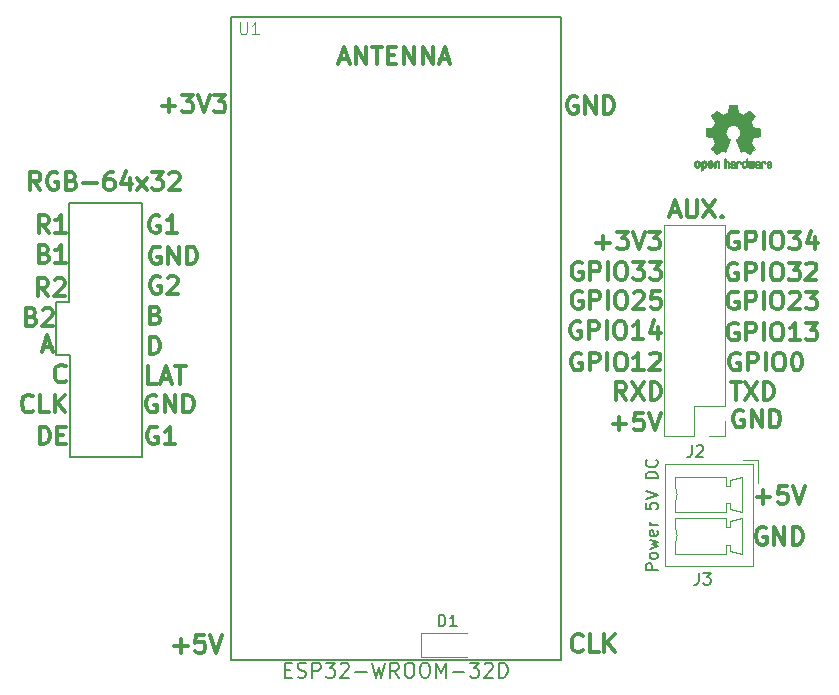
<source format=gbr>
G04 #@! TF.GenerationSoftware,KiCad,Pcbnew,5.0.2-bee76a0~70~ubuntu18.04.1*
G04 #@! TF.CreationDate,2020-08-05T10:07:10+02:00*
G04 #@! TF.ProjectId,panel_led,70616e65-6c5f-46c6-9564-2e6b69636164,rev?*
G04 #@! TF.SameCoordinates,Original*
G04 #@! TF.FileFunction,Legend,Top*
G04 #@! TF.FilePolarity,Positive*
%FSLAX46Y46*%
G04 Gerber Fmt 4.6, Leading zero omitted, Abs format (unit mm)*
G04 Created by KiCad (PCBNEW 5.0.2-bee76a0~70~ubuntu18.04.1) date mié 05 ago 2020 10:07:10 CEST*
%MOMM*%
%LPD*%
G01*
G04 APERTURE LIST*
%ADD10C,0.300000*%
%ADD11C,0.200000*%
%ADD12C,0.127000*%
%ADD13C,0.120000*%
%ADD14C,0.010000*%
%ADD15C,0.015000*%
%ADD16C,0.150000*%
G04 APERTURE END LIST*
D10*
X129015371Y-103288400D02*
X128872514Y-103216971D01*
X128658228Y-103216971D01*
X128443942Y-103288400D01*
X128301085Y-103431257D01*
X128229657Y-103574114D01*
X128158228Y-103859828D01*
X128158228Y-104074114D01*
X128229657Y-104359828D01*
X128301085Y-104502685D01*
X128443942Y-104645542D01*
X128658228Y-104716971D01*
X128801085Y-104716971D01*
X129015371Y-104645542D01*
X129086800Y-104574114D01*
X129086800Y-104074114D01*
X128801085Y-104074114D01*
X130515371Y-104716971D02*
X129658228Y-104716971D01*
X130086800Y-104716971D02*
X130086800Y-103216971D01*
X129943942Y-103431257D01*
X129801085Y-103574114D01*
X129658228Y-103645542D01*
D11*
X120497600Y-92710000D02*
X121564400Y-92710000D01*
X120497600Y-93421200D02*
X120497600Y-92710000D01*
X120497600Y-97180400D02*
X120497600Y-93421200D01*
X121615200Y-97180400D02*
X120497600Y-97180400D01*
X121615200Y-105816400D02*
X121615200Y-97180400D01*
X127711200Y-105816400D02*
X121615200Y-105816400D01*
X127762000Y-84328000D02*
X127711200Y-105816400D01*
X121564400Y-84328000D02*
X127762000Y-84328000D01*
D10*
X178173428Y-86778400D02*
X178030571Y-86706971D01*
X177816285Y-86706971D01*
X177602000Y-86778400D01*
X177459142Y-86921257D01*
X177387714Y-87064114D01*
X177316285Y-87349828D01*
X177316285Y-87564114D01*
X177387714Y-87849828D01*
X177459142Y-87992685D01*
X177602000Y-88135542D01*
X177816285Y-88206971D01*
X177959142Y-88206971D01*
X178173428Y-88135542D01*
X178244857Y-88064114D01*
X178244857Y-87564114D01*
X177959142Y-87564114D01*
X178887714Y-88206971D02*
X178887714Y-86706971D01*
X179459142Y-86706971D01*
X179602000Y-86778400D01*
X179673428Y-86849828D01*
X179744857Y-86992685D01*
X179744857Y-87206971D01*
X179673428Y-87349828D01*
X179602000Y-87421257D01*
X179459142Y-87492685D01*
X178887714Y-87492685D01*
X180387714Y-88206971D02*
X180387714Y-86706971D01*
X181387714Y-86706971D02*
X181673428Y-86706971D01*
X181816285Y-86778400D01*
X181959142Y-86921257D01*
X182030571Y-87206971D01*
X182030571Y-87706971D01*
X181959142Y-87992685D01*
X181816285Y-88135542D01*
X181673428Y-88206971D01*
X181387714Y-88206971D01*
X181244857Y-88135542D01*
X181102000Y-87992685D01*
X181030571Y-87706971D01*
X181030571Y-87206971D01*
X181102000Y-86921257D01*
X181244857Y-86778400D01*
X181387714Y-86706971D01*
X182530571Y-86706971D02*
X183459142Y-86706971D01*
X182959142Y-87278400D01*
X183173428Y-87278400D01*
X183316285Y-87349828D01*
X183387714Y-87421257D01*
X183459142Y-87564114D01*
X183459142Y-87921257D01*
X183387714Y-88064114D01*
X183316285Y-88135542D01*
X183173428Y-88206971D01*
X182744857Y-88206971D01*
X182602000Y-88135542D01*
X182530571Y-88064114D01*
X184744857Y-87206971D02*
X184744857Y-88206971D01*
X184387714Y-86635542D02*
X184030571Y-87706971D01*
X184959142Y-87706971D01*
X178122628Y-89420000D02*
X177979771Y-89348571D01*
X177765485Y-89348571D01*
X177551200Y-89420000D01*
X177408342Y-89562857D01*
X177336914Y-89705714D01*
X177265485Y-89991428D01*
X177265485Y-90205714D01*
X177336914Y-90491428D01*
X177408342Y-90634285D01*
X177551200Y-90777142D01*
X177765485Y-90848571D01*
X177908342Y-90848571D01*
X178122628Y-90777142D01*
X178194057Y-90705714D01*
X178194057Y-90205714D01*
X177908342Y-90205714D01*
X178836914Y-90848571D02*
X178836914Y-89348571D01*
X179408342Y-89348571D01*
X179551200Y-89420000D01*
X179622628Y-89491428D01*
X179694057Y-89634285D01*
X179694057Y-89848571D01*
X179622628Y-89991428D01*
X179551200Y-90062857D01*
X179408342Y-90134285D01*
X178836914Y-90134285D01*
X180336914Y-90848571D02*
X180336914Y-89348571D01*
X181336914Y-89348571D02*
X181622628Y-89348571D01*
X181765485Y-89420000D01*
X181908342Y-89562857D01*
X181979771Y-89848571D01*
X181979771Y-90348571D01*
X181908342Y-90634285D01*
X181765485Y-90777142D01*
X181622628Y-90848571D01*
X181336914Y-90848571D01*
X181194057Y-90777142D01*
X181051200Y-90634285D01*
X180979771Y-90348571D01*
X180979771Y-89848571D01*
X181051200Y-89562857D01*
X181194057Y-89420000D01*
X181336914Y-89348571D01*
X182479771Y-89348571D02*
X183408342Y-89348571D01*
X182908342Y-89920000D01*
X183122628Y-89920000D01*
X183265485Y-89991428D01*
X183336914Y-90062857D01*
X183408342Y-90205714D01*
X183408342Y-90562857D01*
X183336914Y-90705714D01*
X183265485Y-90777142D01*
X183122628Y-90848571D01*
X182694057Y-90848571D01*
X182551200Y-90777142D01*
X182479771Y-90705714D01*
X183979771Y-89491428D02*
X184051200Y-89420000D01*
X184194057Y-89348571D01*
X184551200Y-89348571D01*
X184694057Y-89420000D01*
X184765485Y-89491428D01*
X184836914Y-89634285D01*
X184836914Y-89777142D01*
X184765485Y-89991428D01*
X183908342Y-90848571D01*
X184836914Y-90848571D01*
X178173428Y-91858400D02*
X178030571Y-91786971D01*
X177816285Y-91786971D01*
X177602000Y-91858400D01*
X177459142Y-92001257D01*
X177387714Y-92144114D01*
X177316285Y-92429828D01*
X177316285Y-92644114D01*
X177387714Y-92929828D01*
X177459142Y-93072685D01*
X177602000Y-93215542D01*
X177816285Y-93286971D01*
X177959142Y-93286971D01*
X178173428Y-93215542D01*
X178244857Y-93144114D01*
X178244857Y-92644114D01*
X177959142Y-92644114D01*
X178887714Y-93286971D02*
X178887714Y-91786971D01*
X179459142Y-91786971D01*
X179602000Y-91858400D01*
X179673428Y-91929828D01*
X179744857Y-92072685D01*
X179744857Y-92286971D01*
X179673428Y-92429828D01*
X179602000Y-92501257D01*
X179459142Y-92572685D01*
X178887714Y-92572685D01*
X180387714Y-93286971D02*
X180387714Y-91786971D01*
X181387714Y-91786971D02*
X181673428Y-91786971D01*
X181816285Y-91858400D01*
X181959142Y-92001257D01*
X182030571Y-92286971D01*
X182030571Y-92786971D01*
X181959142Y-93072685D01*
X181816285Y-93215542D01*
X181673428Y-93286971D01*
X181387714Y-93286971D01*
X181244857Y-93215542D01*
X181102000Y-93072685D01*
X181030571Y-92786971D01*
X181030571Y-92286971D01*
X181102000Y-92001257D01*
X181244857Y-91858400D01*
X181387714Y-91786971D01*
X182602000Y-91929828D02*
X182673428Y-91858400D01*
X182816285Y-91786971D01*
X183173428Y-91786971D01*
X183316285Y-91858400D01*
X183387714Y-91929828D01*
X183459142Y-92072685D01*
X183459142Y-92215542D01*
X183387714Y-92429828D01*
X182530571Y-93286971D01*
X183459142Y-93286971D01*
X183959142Y-91786971D02*
X184887714Y-91786971D01*
X184387714Y-92358400D01*
X184602000Y-92358400D01*
X184744857Y-92429828D01*
X184816285Y-92501257D01*
X184887714Y-92644114D01*
X184887714Y-93001257D01*
X184816285Y-93144114D01*
X184744857Y-93215542D01*
X184602000Y-93286971D01*
X184173428Y-93286971D01*
X184030571Y-93215542D01*
X183959142Y-93144114D01*
X178173428Y-94500000D02*
X178030571Y-94428571D01*
X177816285Y-94428571D01*
X177602000Y-94500000D01*
X177459142Y-94642857D01*
X177387714Y-94785714D01*
X177316285Y-95071428D01*
X177316285Y-95285714D01*
X177387714Y-95571428D01*
X177459142Y-95714285D01*
X177602000Y-95857142D01*
X177816285Y-95928571D01*
X177959142Y-95928571D01*
X178173428Y-95857142D01*
X178244857Y-95785714D01*
X178244857Y-95285714D01*
X177959142Y-95285714D01*
X178887714Y-95928571D02*
X178887714Y-94428571D01*
X179459142Y-94428571D01*
X179602000Y-94500000D01*
X179673428Y-94571428D01*
X179744857Y-94714285D01*
X179744857Y-94928571D01*
X179673428Y-95071428D01*
X179602000Y-95142857D01*
X179459142Y-95214285D01*
X178887714Y-95214285D01*
X180387714Y-95928571D02*
X180387714Y-94428571D01*
X181387714Y-94428571D02*
X181673428Y-94428571D01*
X181816285Y-94500000D01*
X181959142Y-94642857D01*
X182030571Y-94928571D01*
X182030571Y-95428571D01*
X181959142Y-95714285D01*
X181816285Y-95857142D01*
X181673428Y-95928571D01*
X181387714Y-95928571D01*
X181244857Y-95857142D01*
X181102000Y-95714285D01*
X181030571Y-95428571D01*
X181030571Y-94928571D01*
X181102000Y-94642857D01*
X181244857Y-94500000D01*
X181387714Y-94428571D01*
X183459142Y-95928571D02*
X182602000Y-95928571D01*
X183030571Y-95928571D02*
X183030571Y-94428571D01*
X182887714Y-94642857D01*
X182744857Y-94785714D01*
X182602000Y-94857142D01*
X183959142Y-94428571D02*
X184887714Y-94428571D01*
X184387714Y-95000000D01*
X184602000Y-95000000D01*
X184744857Y-95071428D01*
X184816285Y-95142857D01*
X184887714Y-95285714D01*
X184887714Y-95642857D01*
X184816285Y-95785714D01*
X184744857Y-95857142D01*
X184602000Y-95928571D01*
X184173428Y-95928571D01*
X184030571Y-95857142D01*
X183959142Y-95785714D01*
X178328914Y-97040000D02*
X178186057Y-96968571D01*
X177971771Y-96968571D01*
X177757485Y-97040000D01*
X177614628Y-97182857D01*
X177543200Y-97325714D01*
X177471771Y-97611428D01*
X177471771Y-97825714D01*
X177543200Y-98111428D01*
X177614628Y-98254285D01*
X177757485Y-98397142D01*
X177971771Y-98468571D01*
X178114628Y-98468571D01*
X178328914Y-98397142D01*
X178400342Y-98325714D01*
X178400342Y-97825714D01*
X178114628Y-97825714D01*
X179043200Y-98468571D02*
X179043200Y-96968571D01*
X179614628Y-96968571D01*
X179757485Y-97040000D01*
X179828914Y-97111428D01*
X179900342Y-97254285D01*
X179900342Y-97468571D01*
X179828914Y-97611428D01*
X179757485Y-97682857D01*
X179614628Y-97754285D01*
X179043200Y-97754285D01*
X180543200Y-98468571D02*
X180543200Y-96968571D01*
X181543200Y-96968571D02*
X181828914Y-96968571D01*
X181971771Y-97040000D01*
X182114628Y-97182857D01*
X182186057Y-97468571D01*
X182186057Y-97968571D01*
X182114628Y-98254285D01*
X181971771Y-98397142D01*
X181828914Y-98468571D01*
X181543200Y-98468571D01*
X181400342Y-98397142D01*
X181257485Y-98254285D01*
X181186057Y-97968571D01*
X181186057Y-97468571D01*
X181257485Y-97182857D01*
X181400342Y-97040000D01*
X181543200Y-96968571D01*
X183114628Y-96968571D02*
X183257485Y-96968571D01*
X183400342Y-97040000D01*
X183471771Y-97111428D01*
X183543200Y-97254285D01*
X183614628Y-97540000D01*
X183614628Y-97897142D01*
X183543200Y-98182857D01*
X183471771Y-98325714D01*
X183400342Y-98397142D01*
X183257485Y-98468571D01*
X183114628Y-98468571D01*
X182971771Y-98397142D01*
X182900342Y-98325714D01*
X182828914Y-98182857D01*
X182757485Y-97897142D01*
X182757485Y-97540000D01*
X182828914Y-97254285D01*
X182900342Y-97111428D01*
X182971771Y-97040000D01*
X183114628Y-96968571D01*
X177583542Y-99457771D02*
X178440685Y-99457771D01*
X178012114Y-100957771D02*
X178012114Y-99457771D01*
X178797828Y-99457771D02*
X179797828Y-100957771D01*
X179797828Y-99457771D02*
X178797828Y-100957771D01*
X180369257Y-100957771D02*
X180369257Y-99457771D01*
X180726400Y-99457771D01*
X180940685Y-99529200D01*
X181083542Y-99672057D01*
X181154971Y-99814914D01*
X181226400Y-100100628D01*
X181226400Y-100314914D01*
X181154971Y-100600628D01*
X181083542Y-100743485D01*
X180940685Y-100886342D01*
X180726400Y-100957771D01*
X180369257Y-100957771D01*
X178638342Y-101866000D02*
X178495485Y-101794571D01*
X178281200Y-101794571D01*
X178066914Y-101866000D01*
X177924057Y-102008857D01*
X177852628Y-102151714D01*
X177781200Y-102437428D01*
X177781200Y-102651714D01*
X177852628Y-102937428D01*
X177924057Y-103080285D01*
X178066914Y-103223142D01*
X178281200Y-103294571D01*
X178424057Y-103294571D01*
X178638342Y-103223142D01*
X178709771Y-103151714D01*
X178709771Y-102651714D01*
X178424057Y-102651714D01*
X179352628Y-103294571D02*
X179352628Y-101794571D01*
X180209771Y-103294571D01*
X180209771Y-101794571D01*
X180924057Y-103294571D02*
X180924057Y-101794571D01*
X181281200Y-101794571D01*
X181495485Y-101866000D01*
X181638342Y-102008857D01*
X181709771Y-102151714D01*
X181781200Y-102437428D01*
X181781200Y-102651714D01*
X181709771Y-102937428D01*
X181638342Y-103080285D01*
X181495485Y-103223142D01*
X181281200Y-103294571D01*
X180924057Y-103294571D01*
X130448608Y-121775682D02*
X131591465Y-121775682D01*
X131020037Y-122347111D02*
X131020037Y-121204254D01*
X133020037Y-120847111D02*
X132305751Y-120847111D01*
X132234322Y-121561397D01*
X132305751Y-121489968D01*
X132448608Y-121418540D01*
X132805751Y-121418540D01*
X132948608Y-121489968D01*
X133020037Y-121561397D01*
X133091465Y-121704254D01*
X133091465Y-122061397D01*
X133020037Y-122204254D01*
X132948608Y-122275682D01*
X132805751Y-122347111D01*
X132448608Y-122347111D01*
X132305751Y-122275682D01*
X132234322Y-122204254D01*
X133520037Y-120847111D02*
X134020037Y-122347111D01*
X134520037Y-120847111D01*
X165037722Y-122168694D02*
X164966294Y-122240122D01*
X164752008Y-122311551D01*
X164609151Y-122311551D01*
X164394865Y-122240122D01*
X164252008Y-122097265D01*
X164180580Y-121954408D01*
X164109151Y-121668694D01*
X164109151Y-121454408D01*
X164180580Y-121168694D01*
X164252008Y-121025837D01*
X164394865Y-120882980D01*
X164609151Y-120811551D01*
X164752008Y-120811551D01*
X164966294Y-120882980D01*
X165037722Y-120954408D01*
X166394865Y-122311551D02*
X165680580Y-122311551D01*
X165680580Y-120811551D01*
X166894865Y-122311551D02*
X166894865Y-120811551D01*
X167752008Y-122311551D02*
X167109151Y-121454408D01*
X167752008Y-120811551D02*
X166894865Y-121668694D01*
X129424442Y-76048062D02*
X130567300Y-76048062D01*
X129995871Y-76619491D02*
X129995871Y-75476634D01*
X131138728Y-75119491D02*
X132067300Y-75119491D01*
X131567300Y-75690920D01*
X131781585Y-75690920D01*
X131924442Y-75762348D01*
X131995871Y-75833777D01*
X132067300Y-75976634D01*
X132067300Y-76333777D01*
X131995871Y-76476634D01*
X131924442Y-76548062D01*
X131781585Y-76619491D01*
X131353014Y-76619491D01*
X131210157Y-76548062D01*
X131138728Y-76476634D01*
X132495871Y-75119491D02*
X132995871Y-76619491D01*
X133495871Y-75119491D01*
X133853014Y-75119491D02*
X134781585Y-75119491D01*
X134281585Y-75690920D01*
X134495871Y-75690920D01*
X134638728Y-75762348D01*
X134710157Y-75833777D01*
X134781585Y-75976634D01*
X134781585Y-76333777D01*
X134710157Y-76476634D01*
X134638728Y-76548062D01*
X134495871Y-76619491D01*
X134067300Y-76619491D01*
X133924442Y-76548062D01*
X133853014Y-76476634D01*
X164566742Y-75320460D02*
X164423885Y-75249031D01*
X164209600Y-75249031D01*
X163995314Y-75320460D01*
X163852457Y-75463317D01*
X163781028Y-75606174D01*
X163709600Y-75891888D01*
X163709600Y-76106174D01*
X163781028Y-76391888D01*
X163852457Y-76534745D01*
X163995314Y-76677602D01*
X164209600Y-76749031D01*
X164352457Y-76749031D01*
X164566742Y-76677602D01*
X164638171Y-76606174D01*
X164638171Y-76106174D01*
X164352457Y-76106174D01*
X165281028Y-76749031D02*
X165281028Y-75249031D01*
X166138171Y-76749031D01*
X166138171Y-75249031D01*
X166852457Y-76749031D02*
X166852457Y-75249031D01*
X167209600Y-75249031D01*
X167423885Y-75320460D01*
X167566742Y-75463317D01*
X167638171Y-75606174D01*
X167709600Y-75891888D01*
X167709600Y-76106174D01*
X167638171Y-76391888D01*
X167566742Y-76534745D01*
X167423885Y-76677602D01*
X167209600Y-76749031D01*
X166852457Y-76749031D01*
X144495937Y-72132000D02*
X145210222Y-72132000D01*
X144353080Y-72560571D02*
X144853080Y-71060571D01*
X145353080Y-72560571D01*
X145853080Y-72560571D02*
X145853080Y-71060571D01*
X146710222Y-72560571D01*
X146710222Y-71060571D01*
X147210222Y-71060571D02*
X148067365Y-71060571D01*
X147638794Y-72560571D02*
X147638794Y-71060571D01*
X148567365Y-71774857D02*
X149067365Y-71774857D01*
X149281651Y-72560571D02*
X148567365Y-72560571D01*
X148567365Y-71060571D01*
X149281651Y-71060571D01*
X149924508Y-72560571D02*
X149924508Y-71060571D01*
X150781651Y-72560571D01*
X150781651Y-71060571D01*
X151495937Y-72560571D02*
X151495937Y-71060571D01*
X152353080Y-72560571D01*
X152353080Y-71060571D01*
X152995937Y-72132000D02*
X153710222Y-72132000D01*
X152853080Y-72560571D02*
X153353080Y-71060571D01*
X153853080Y-72560571D01*
X172486914Y-85086000D02*
X173201200Y-85086000D01*
X172344057Y-85514571D02*
X172844057Y-84014571D01*
X173344057Y-85514571D01*
X173844057Y-84014571D02*
X173844057Y-85228857D01*
X173915485Y-85371714D01*
X173986914Y-85443142D01*
X174129771Y-85514571D01*
X174415485Y-85514571D01*
X174558342Y-85443142D01*
X174629771Y-85371714D01*
X174701200Y-85228857D01*
X174701200Y-84014571D01*
X175272628Y-84014571D02*
X176272628Y-85514571D01*
X176272628Y-84014571D02*
X175272628Y-85514571D01*
X176844057Y-85371714D02*
X176915485Y-85443142D01*
X176844057Y-85514571D01*
X176772628Y-85443142D01*
X176844057Y-85371714D01*
X176844057Y-85514571D01*
X119133028Y-83177771D02*
X118633028Y-82463485D01*
X118275885Y-83177771D02*
X118275885Y-81677771D01*
X118847314Y-81677771D01*
X118990171Y-81749200D01*
X119061600Y-81820628D01*
X119133028Y-81963485D01*
X119133028Y-82177771D01*
X119061600Y-82320628D01*
X118990171Y-82392057D01*
X118847314Y-82463485D01*
X118275885Y-82463485D01*
X120561600Y-81749200D02*
X120418742Y-81677771D01*
X120204457Y-81677771D01*
X119990171Y-81749200D01*
X119847314Y-81892057D01*
X119775885Y-82034914D01*
X119704457Y-82320628D01*
X119704457Y-82534914D01*
X119775885Y-82820628D01*
X119847314Y-82963485D01*
X119990171Y-83106342D01*
X120204457Y-83177771D01*
X120347314Y-83177771D01*
X120561600Y-83106342D01*
X120633028Y-83034914D01*
X120633028Y-82534914D01*
X120347314Y-82534914D01*
X121775885Y-82392057D02*
X121990171Y-82463485D01*
X122061600Y-82534914D01*
X122133028Y-82677771D01*
X122133028Y-82892057D01*
X122061600Y-83034914D01*
X121990171Y-83106342D01*
X121847314Y-83177771D01*
X121275885Y-83177771D01*
X121275885Y-81677771D01*
X121775885Y-81677771D01*
X121918742Y-81749200D01*
X121990171Y-81820628D01*
X122061600Y-81963485D01*
X122061600Y-82106342D01*
X121990171Y-82249200D01*
X121918742Y-82320628D01*
X121775885Y-82392057D01*
X121275885Y-82392057D01*
X122775885Y-82606342D02*
X123918742Y-82606342D01*
X125275885Y-81677771D02*
X124990171Y-81677771D01*
X124847314Y-81749200D01*
X124775885Y-81820628D01*
X124633028Y-82034914D01*
X124561600Y-82320628D01*
X124561600Y-82892057D01*
X124633028Y-83034914D01*
X124704457Y-83106342D01*
X124847314Y-83177771D01*
X125133028Y-83177771D01*
X125275885Y-83106342D01*
X125347314Y-83034914D01*
X125418742Y-82892057D01*
X125418742Y-82534914D01*
X125347314Y-82392057D01*
X125275885Y-82320628D01*
X125133028Y-82249200D01*
X124847314Y-82249200D01*
X124704457Y-82320628D01*
X124633028Y-82392057D01*
X124561600Y-82534914D01*
X126704457Y-82177771D02*
X126704457Y-83177771D01*
X126347314Y-81606342D02*
X125990171Y-82677771D01*
X126918742Y-82677771D01*
X127347314Y-83177771D02*
X128133028Y-82177771D01*
X127347314Y-82177771D02*
X128133028Y-83177771D01*
X128561600Y-81677771D02*
X129490171Y-81677771D01*
X128990171Y-82249200D01*
X129204457Y-82249200D01*
X129347314Y-82320628D01*
X129418742Y-82392057D01*
X129490171Y-82534914D01*
X129490171Y-82892057D01*
X129418742Y-83034914D01*
X129347314Y-83106342D01*
X129204457Y-83177771D01*
X128775885Y-83177771D01*
X128633028Y-83106342D01*
X128561600Y-83034914D01*
X130061600Y-81820628D02*
X130133028Y-81749200D01*
X130275885Y-81677771D01*
X130633028Y-81677771D01*
X130775885Y-81749200D01*
X130847314Y-81820628D01*
X130918742Y-81963485D01*
X130918742Y-82106342D01*
X130847314Y-82320628D01*
X129990171Y-83177771D01*
X130918742Y-83177771D01*
D11*
X121564400Y-84328000D02*
X121564400Y-92710000D01*
D10*
X180563662Y-111799940D02*
X180420805Y-111728511D01*
X180206520Y-111728511D01*
X179992234Y-111799940D01*
X179849377Y-111942797D01*
X179777948Y-112085654D01*
X179706520Y-112371368D01*
X179706520Y-112585654D01*
X179777948Y-112871368D01*
X179849377Y-113014225D01*
X179992234Y-113157082D01*
X180206520Y-113228511D01*
X180349377Y-113228511D01*
X180563662Y-113157082D01*
X180635091Y-113085654D01*
X180635091Y-112585654D01*
X180349377Y-112585654D01*
X181277948Y-113228511D02*
X181277948Y-111728511D01*
X182135091Y-113228511D01*
X182135091Y-111728511D01*
X182849377Y-113228511D02*
X182849377Y-111728511D01*
X183206520Y-111728511D01*
X183420805Y-111799940D01*
X183563662Y-111942797D01*
X183635091Y-112085654D01*
X183706520Y-112371368D01*
X183706520Y-112585654D01*
X183635091Y-112871368D01*
X183563662Y-113014225D01*
X183420805Y-113157082D01*
X183206520Y-113228511D01*
X182849377Y-113228511D01*
X179777948Y-109177282D02*
X180920805Y-109177282D01*
X180349377Y-109748711D02*
X180349377Y-108605854D01*
X182349377Y-108248711D02*
X181635091Y-108248711D01*
X181563662Y-108962997D01*
X181635091Y-108891568D01*
X181777948Y-108820140D01*
X182135091Y-108820140D01*
X182277948Y-108891568D01*
X182349377Y-108962997D01*
X182420805Y-109105854D01*
X182420805Y-109462997D01*
X182349377Y-109605854D01*
X182277948Y-109677282D01*
X182135091Y-109748711D01*
X181777948Y-109748711D01*
X181635091Y-109677282D01*
X181563662Y-109605854D01*
X182849377Y-108248711D02*
X183349377Y-109748711D01*
X183849377Y-108248711D01*
X166216342Y-87635542D02*
X167359200Y-87635542D01*
X166787771Y-88206971D02*
X166787771Y-87064114D01*
X167930628Y-86706971D02*
X168859200Y-86706971D01*
X168359200Y-87278400D01*
X168573485Y-87278400D01*
X168716342Y-87349828D01*
X168787771Y-87421257D01*
X168859200Y-87564114D01*
X168859200Y-87921257D01*
X168787771Y-88064114D01*
X168716342Y-88135542D01*
X168573485Y-88206971D01*
X168144914Y-88206971D01*
X168002057Y-88135542D01*
X167930628Y-88064114D01*
X169287771Y-86706971D02*
X169787771Y-88206971D01*
X170287771Y-86706971D01*
X170644914Y-86706971D02*
X171573485Y-86706971D01*
X171073485Y-87278400D01*
X171287771Y-87278400D01*
X171430628Y-87349828D01*
X171502057Y-87421257D01*
X171573485Y-87564114D01*
X171573485Y-87921257D01*
X171502057Y-88064114D01*
X171430628Y-88135542D01*
X171287771Y-88206971D01*
X170859200Y-88206971D01*
X170716342Y-88135542D01*
X170644914Y-88064114D01*
X164965428Y-89369200D02*
X164822571Y-89297771D01*
X164608285Y-89297771D01*
X164394000Y-89369200D01*
X164251142Y-89512057D01*
X164179714Y-89654914D01*
X164108285Y-89940628D01*
X164108285Y-90154914D01*
X164179714Y-90440628D01*
X164251142Y-90583485D01*
X164394000Y-90726342D01*
X164608285Y-90797771D01*
X164751142Y-90797771D01*
X164965428Y-90726342D01*
X165036857Y-90654914D01*
X165036857Y-90154914D01*
X164751142Y-90154914D01*
X165679714Y-90797771D02*
X165679714Y-89297771D01*
X166251142Y-89297771D01*
X166394000Y-89369200D01*
X166465428Y-89440628D01*
X166536857Y-89583485D01*
X166536857Y-89797771D01*
X166465428Y-89940628D01*
X166394000Y-90012057D01*
X166251142Y-90083485D01*
X165679714Y-90083485D01*
X167179714Y-90797771D02*
X167179714Y-89297771D01*
X168179714Y-89297771D02*
X168465428Y-89297771D01*
X168608285Y-89369200D01*
X168751142Y-89512057D01*
X168822571Y-89797771D01*
X168822571Y-90297771D01*
X168751142Y-90583485D01*
X168608285Y-90726342D01*
X168465428Y-90797771D01*
X168179714Y-90797771D01*
X168036857Y-90726342D01*
X167894000Y-90583485D01*
X167822571Y-90297771D01*
X167822571Y-89797771D01*
X167894000Y-89512057D01*
X168036857Y-89369200D01*
X168179714Y-89297771D01*
X169322571Y-89297771D02*
X170251142Y-89297771D01*
X169751142Y-89869200D01*
X169965428Y-89869200D01*
X170108285Y-89940628D01*
X170179714Y-90012057D01*
X170251142Y-90154914D01*
X170251142Y-90512057D01*
X170179714Y-90654914D01*
X170108285Y-90726342D01*
X169965428Y-90797771D01*
X169536857Y-90797771D01*
X169394000Y-90726342D01*
X169322571Y-90654914D01*
X170751142Y-89297771D02*
X171679714Y-89297771D01*
X171179714Y-89869200D01*
X171394000Y-89869200D01*
X171536857Y-89940628D01*
X171608285Y-90012057D01*
X171679714Y-90154914D01*
X171679714Y-90512057D01*
X171608285Y-90654914D01*
X171536857Y-90726342D01*
X171394000Y-90797771D01*
X170965428Y-90797771D01*
X170822571Y-90726342D01*
X170751142Y-90654914D01*
X164965428Y-91807600D02*
X164822571Y-91736171D01*
X164608285Y-91736171D01*
X164394000Y-91807600D01*
X164251142Y-91950457D01*
X164179714Y-92093314D01*
X164108285Y-92379028D01*
X164108285Y-92593314D01*
X164179714Y-92879028D01*
X164251142Y-93021885D01*
X164394000Y-93164742D01*
X164608285Y-93236171D01*
X164751142Y-93236171D01*
X164965428Y-93164742D01*
X165036857Y-93093314D01*
X165036857Y-92593314D01*
X164751142Y-92593314D01*
X165679714Y-93236171D02*
X165679714Y-91736171D01*
X166251142Y-91736171D01*
X166394000Y-91807600D01*
X166465428Y-91879028D01*
X166536857Y-92021885D01*
X166536857Y-92236171D01*
X166465428Y-92379028D01*
X166394000Y-92450457D01*
X166251142Y-92521885D01*
X165679714Y-92521885D01*
X167179714Y-93236171D02*
X167179714Y-91736171D01*
X168179714Y-91736171D02*
X168465428Y-91736171D01*
X168608285Y-91807600D01*
X168751142Y-91950457D01*
X168822571Y-92236171D01*
X168822571Y-92736171D01*
X168751142Y-93021885D01*
X168608285Y-93164742D01*
X168465428Y-93236171D01*
X168179714Y-93236171D01*
X168036857Y-93164742D01*
X167894000Y-93021885D01*
X167822571Y-92736171D01*
X167822571Y-92236171D01*
X167894000Y-91950457D01*
X168036857Y-91807600D01*
X168179714Y-91736171D01*
X169394000Y-91879028D02*
X169465428Y-91807600D01*
X169608285Y-91736171D01*
X169965428Y-91736171D01*
X170108285Y-91807600D01*
X170179714Y-91879028D01*
X170251142Y-92021885D01*
X170251142Y-92164742D01*
X170179714Y-92379028D01*
X169322571Y-93236171D01*
X170251142Y-93236171D01*
X171608285Y-91736171D02*
X170894000Y-91736171D01*
X170822571Y-92450457D01*
X170894000Y-92379028D01*
X171036857Y-92307600D01*
X171394000Y-92307600D01*
X171536857Y-92379028D01*
X171608285Y-92450457D01*
X171679714Y-92593314D01*
X171679714Y-92950457D01*
X171608285Y-93093314D01*
X171536857Y-93164742D01*
X171394000Y-93236171D01*
X171036857Y-93236171D01*
X170894000Y-93164742D01*
X170822571Y-93093314D01*
X164863828Y-94347600D02*
X164720971Y-94276171D01*
X164506685Y-94276171D01*
X164292400Y-94347600D01*
X164149542Y-94490457D01*
X164078114Y-94633314D01*
X164006685Y-94919028D01*
X164006685Y-95133314D01*
X164078114Y-95419028D01*
X164149542Y-95561885D01*
X164292400Y-95704742D01*
X164506685Y-95776171D01*
X164649542Y-95776171D01*
X164863828Y-95704742D01*
X164935257Y-95633314D01*
X164935257Y-95133314D01*
X164649542Y-95133314D01*
X165578114Y-95776171D02*
X165578114Y-94276171D01*
X166149542Y-94276171D01*
X166292400Y-94347600D01*
X166363828Y-94419028D01*
X166435257Y-94561885D01*
X166435257Y-94776171D01*
X166363828Y-94919028D01*
X166292400Y-94990457D01*
X166149542Y-95061885D01*
X165578114Y-95061885D01*
X167078114Y-95776171D02*
X167078114Y-94276171D01*
X168078114Y-94276171D02*
X168363828Y-94276171D01*
X168506685Y-94347600D01*
X168649542Y-94490457D01*
X168720971Y-94776171D01*
X168720971Y-95276171D01*
X168649542Y-95561885D01*
X168506685Y-95704742D01*
X168363828Y-95776171D01*
X168078114Y-95776171D01*
X167935257Y-95704742D01*
X167792400Y-95561885D01*
X167720971Y-95276171D01*
X167720971Y-94776171D01*
X167792400Y-94490457D01*
X167935257Y-94347600D01*
X168078114Y-94276171D01*
X170149542Y-95776171D02*
X169292400Y-95776171D01*
X169720971Y-95776171D02*
X169720971Y-94276171D01*
X169578114Y-94490457D01*
X169435257Y-94633314D01*
X169292400Y-94704742D01*
X171435257Y-94776171D02*
X171435257Y-95776171D01*
X171078114Y-94204742D02*
X170720971Y-95276171D01*
X171649542Y-95276171D01*
X164914628Y-97040000D02*
X164771771Y-96968571D01*
X164557485Y-96968571D01*
X164343200Y-97040000D01*
X164200342Y-97182857D01*
X164128914Y-97325714D01*
X164057485Y-97611428D01*
X164057485Y-97825714D01*
X164128914Y-98111428D01*
X164200342Y-98254285D01*
X164343200Y-98397142D01*
X164557485Y-98468571D01*
X164700342Y-98468571D01*
X164914628Y-98397142D01*
X164986057Y-98325714D01*
X164986057Y-97825714D01*
X164700342Y-97825714D01*
X165628914Y-98468571D02*
X165628914Y-96968571D01*
X166200342Y-96968571D01*
X166343200Y-97040000D01*
X166414628Y-97111428D01*
X166486057Y-97254285D01*
X166486057Y-97468571D01*
X166414628Y-97611428D01*
X166343200Y-97682857D01*
X166200342Y-97754285D01*
X165628914Y-97754285D01*
X167128914Y-98468571D02*
X167128914Y-96968571D01*
X168128914Y-96968571D02*
X168414628Y-96968571D01*
X168557485Y-97040000D01*
X168700342Y-97182857D01*
X168771771Y-97468571D01*
X168771771Y-97968571D01*
X168700342Y-98254285D01*
X168557485Y-98397142D01*
X168414628Y-98468571D01*
X168128914Y-98468571D01*
X167986057Y-98397142D01*
X167843200Y-98254285D01*
X167771771Y-97968571D01*
X167771771Y-97468571D01*
X167843200Y-97182857D01*
X167986057Y-97040000D01*
X168128914Y-96968571D01*
X170200342Y-98468571D02*
X169343200Y-98468571D01*
X169771771Y-98468571D02*
X169771771Y-96968571D01*
X169628914Y-97182857D01*
X169486057Y-97325714D01*
X169343200Y-97397142D01*
X170771771Y-97111428D02*
X170843200Y-97040000D01*
X170986057Y-96968571D01*
X171343200Y-96968571D01*
X171486057Y-97040000D01*
X171557485Y-97111428D01*
X171628914Y-97254285D01*
X171628914Y-97397142D01*
X171557485Y-97611428D01*
X170700342Y-98468571D01*
X171628914Y-98468571D01*
X168722800Y-100957771D02*
X168222800Y-100243485D01*
X167865657Y-100957771D02*
X167865657Y-99457771D01*
X168437085Y-99457771D01*
X168579942Y-99529200D01*
X168651371Y-99600628D01*
X168722800Y-99743485D01*
X168722800Y-99957771D01*
X168651371Y-100100628D01*
X168579942Y-100172057D01*
X168437085Y-100243485D01*
X167865657Y-100243485D01*
X169222800Y-99457771D02*
X170222800Y-100957771D01*
X170222800Y-99457771D02*
X169222800Y-100957771D01*
X170794228Y-100957771D02*
X170794228Y-99457771D01*
X171151371Y-99457771D01*
X171365657Y-99529200D01*
X171508514Y-99672057D01*
X171579942Y-99814914D01*
X171651371Y-100100628D01*
X171651371Y-100314914D01*
X171579942Y-100600628D01*
X171508514Y-100743485D01*
X171365657Y-100886342D01*
X171151371Y-100957771D01*
X170794228Y-100957771D01*
X167591028Y-102977142D02*
X168733885Y-102977142D01*
X168162457Y-103548571D02*
X168162457Y-102405714D01*
X170162457Y-102048571D02*
X169448171Y-102048571D01*
X169376742Y-102762857D01*
X169448171Y-102691428D01*
X169591028Y-102620000D01*
X169948171Y-102620000D01*
X170091028Y-102691428D01*
X170162457Y-102762857D01*
X170233885Y-102905714D01*
X170233885Y-103262857D01*
X170162457Y-103405714D01*
X170091028Y-103477142D01*
X169948171Y-103548571D01*
X169591028Y-103548571D01*
X169448171Y-103477142D01*
X169376742Y-103405714D01*
X170662457Y-102048571D02*
X171162457Y-103548571D01*
X171662457Y-102048571D01*
X128955942Y-100596000D02*
X128813085Y-100524571D01*
X128598800Y-100524571D01*
X128384514Y-100596000D01*
X128241657Y-100738857D01*
X128170228Y-100881714D01*
X128098800Y-101167428D01*
X128098800Y-101381714D01*
X128170228Y-101667428D01*
X128241657Y-101810285D01*
X128384514Y-101953142D01*
X128598800Y-102024571D01*
X128741657Y-102024571D01*
X128955942Y-101953142D01*
X129027371Y-101881714D01*
X129027371Y-101381714D01*
X128741657Y-101381714D01*
X129670228Y-102024571D02*
X129670228Y-100524571D01*
X130527371Y-102024571D01*
X130527371Y-100524571D01*
X131241657Y-102024571D02*
X131241657Y-100524571D01*
X131598800Y-100524571D01*
X131813085Y-100596000D01*
X131955942Y-100738857D01*
X132027371Y-100881714D01*
X132098800Y-101167428D01*
X132098800Y-101381714D01*
X132027371Y-101667428D01*
X131955942Y-101810285D01*
X131813085Y-101953142D01*
X131598800Y-102024571D01*
X131241657Y-102024571D01*
X128993200Y-99586171D02*
X128278914Y-99586171D01*
X128278914Y-98086171D01*
X129421771Y-99157600D02*
X130136057Y-99157600D01*
X129278914Y-99586171D02*
X129778914Y-98086171D01*
X130278914Y-99586171D01*
X130564628Y-98086171D02*
X131421771Y-98086171D01*
X130993200Y-99586171D02*
X130993200Y-98086171D01*
X121266685Y-99341714D02*
X121195257Y-99413142D01*
X120980971Y-99484571D01*
X120838114Y-99484571D01*
X120623828Y-99413142D01*
X120480971Y-99270285D01*
X120409542Y-99127428D01*
X120338114Y-98841714D01*
X120338114Y-98627428D01*
X120409542Y-98341714D01*
X120480971Y-98198857D01*
X120623828Y-98056000D01*
X120838114Y-97984571D01*
X120980971Y-97984571D01*
X121195257Y-98056000D01*
X121266685Y-98127428D01*
X118487142Y-101881714D02*
X118415714Y-101953142D01*
X118201428Y-102024571D01*
X118058571Y-102024571D01*
X117844285Y-101953142D01*
X117701428Y-101810285D01*
X117630000Y-101667428D01*
X117558571Y-101381714D01*
X117558571Y-101167428D01*
X117630000Y-100881714D01*
X117701428Y-100738857D01*
X117844285Y-100596000D01*
X118058571Y-100524571D01*
X118201428Y-100524571D01*
X118415714Y-100596000D01*
X118487142Y-100667428D01*
X119844285Y-102024571D02*
X119130000Y-102024571D01*
X119130000Y-100524571D01*
X120344285Y-102024571D02*
X120344285Y-100524571D01*
X121201428Y-102024571D02*
X120558571Y-101167428D01*
X121201428Y-100524571D02*
X120344285Y-101381714D01*
X119070571Y-104716971D02*
X119070571Y-103216971D01*
X119427714Y-103216971D01*
X119642000Y-103288400D01*
X119784857Y-103431257D01*
X119856285Y-103574114D01*
X119927714Y-103859828D01*
X119927714Y-104074114D01*
X119856285Y-104359828D01*
X119784857Y-104502685D01*
X119642000Y-104645542D01*
X119427714Y-104716971D01*
X119070571Y-104716971D01*
X120570571Y-103931257D02*
X121070571Y-103931257D01*
X121284857Y-104716971D02*
X120570571Y-104716971D01*
X120570571Y-103216971D01*
X121284857Y-103216971D01*
X128385142Y-97096971D02*
X128385142Y-95596971D01*
X128742285Y-95596971D01*
X128956571Y-95668400D01*
X129099428Y-95811257D01*
X129170857Y-95954114D01*
X129242285Y-96239828D01*
X129242285Y-96454114D01*
X129170857Y-96739828D01*
X129099428Y-96882685D01*
X128956571Y-97025542D01*
X128742285Y-97096971D01*
X128385142Y-97096971D01*
X128885142Y-93771257D02*
X129099428Y-93842685D01*
X129170857Y-93914114D01*
X129242285Y-94056971D01*
X129242285Y-94271257D01*
X129170857Y-94414114D01*
X129099428Y-94485542D01*
X128956571Y-94556971D01*
X128385142Y-94556971D01*
X128385142Y-93056971D01*
X128885142Y-93056971D01*
X129028000Y-93128400D01*
X129099428Y-93199828D01*
X129170857Y-93342685D01*
X129170857Y-93485542D01*
X129099428Y-93628400D01*
X129028000Y-93699828D01*
X128885142Y-93771257D01*
X128385142Y-93771257D01*
X119378457Y-96516000D02*
X120092742Y-96516000D01*
X119235600Y-96944571D02*
X119735600Y-95444571D01*
X120235600Y-96944571D01*
X129269371Y-90537600D02*
X129126514Y-90466171D01*
X128912228Y-90466171D01*
X128697942Y-90537600D01*
X128555085Y-90680457D01*
X128483657Y-90823314D01*
X128412228Y-91109028D01*
X128412228Y-91323314D01*
X128483657Y-91609028D01*
X128555085Y-91751885D01*
X128697942Y-91894742D01*
X128912228Y-91966171D01*
X129055085Y-91966171D01*
X129269371Y-91894742D01*
X129340800Y-91823314D01*
X129340800Y-91323314D01*
X129055085Y-91323314D01*
X129912228Y-90609028D02*
X129983657Y-90537600D01*
X130126514Y-90466171D01*
X130483657Y-90466171D01*
X130626514Y-90537600D01*
X130697942Y-90609028D01*
X130769371Y-90751885D01*
X130769371Y-90894742D01*
X130697942Y-91109028D01*
X129840800Y-91966171D01*
X130769371Y-91966171D01*
X118417257Y-93923657D02*
X118631542Y-93995085D01*
X118702971Y-94066514D01*
X118774400Y-94209371D01*
X118774400Y-94423657D01*
X118702971Y-94566514D01*
X118631542Y-94637942D01*
X118488685Y-94709371D01*
X117917257Y-94709371D01*
X117917257Y-93209371D01*
X118417257Y-93209371D01*
X118560114Y-93280800D01*
X118631542Y-93352228D01*
X118702971Y-93495085D01*
X118702971Y-93637942D01*
X118631542Y-93780800D01*
X118560114Y-93852228D01*
X118417257Y-93923657D01*
X117917257Y-93923657D01*
X119345828Y-93352228D02*
X119417257Y-93280800D01*
X119560114Y-93209371D01*
X119917257Y-93209371D01*
X120060114Y-93280800D01*
X120131542Y-93352228D01*
X120202971Y-93495085D01*
X120202971Y-93637942D01*
X120131542Y-93852228D01*
X119274400Y-94709371D01*
X120202971Y-94709371D01*
X119790400Y-92169371D02*
X119290400Y-91455085D01*
X118933257Y-92169371D02*
X118933257Y-90669371D01*
X119504685Y-90669371D01*
X119647542Y-90740800D01*
X119718971Y-90812228D01*
X119790400Y-90955085D01*
X119790400Y-91169371D01*
X119718971Y-91312228D01*
X119647542Y-91383657D01*
X119504685Y-91455085D01*
X118933257Y-91455085D01*
X120361828Y-90812228D02*
X120433257Y-90740800D01*
X120576114Y-90669371D01*
X120933257Y-90669371D01*
X121076114Y-90740800D01*
X121147542Y-90812228D01*
X121218971Y-90955085D01*
X121218971Y-91097942D01*
X121147542Y-91312228D01*
X120290400Y-92169371D01*
X121218971Y-92169371D01*
X129260742Y-88048400D02*
X129117885Y-87976971D01*
X128903600Y-87976971D01*
X128689314Y-88048400D01*
X128546457Y-88191257D01*
X128475028Y-88334114D01*
X128403600Y-88619828D01*
X128403600Y-88834114D01*
X128475028Y-89119828D01*
X128546457Y-89262685D01*
X128689314Y-89405542D01*
X128903600Y-89476971D01*
X129046457Y-89476971D01*
X129260742Y-89405542D01*
X129332171Y-89334114D01*
X129332171Y-88834114D01*
X129046457Y-88834114D01*
X129975028Y-89476971D02*
X129975028Y-87976971D01*
X130832171Y-89476971D01*
X130832171Y-87976971D01*
X131546457Y-89476971D02*
X131546457Y-87976971D01*
X131903600Y-87976971D01*
X132117885Y-88048400D01*
X132260742Y-88191257D01*
X132332171Y-88334114D01*
X132403600Y-88619828D01*
X132403600Y-88834114D01*
X132332171Y-89119828D01*
X132260742Y-89262685D01*
X132117885Y-89405542D01*
X131903600Y-89476971D01*
X131546457Y-89476971D01*
X129218571Y-85406800D02*
X129075714Y-85335371D01*
X128861428Y-85335371D01*
X128647142Y-85406800D01*
X128504285Y-85549657D01*
X128432857Y-85692514D01*
X128361428Y-85978228D01*
X128361428Y-86192514D01*
X128432857Y-86478228D01*
X128504285Y-86621085D01*
X128647142Y-86763942D01*
X128861428Y-86835371D01*
X129004285Y-86835371D01*
X129218571Y-86763942D01*
X129290000Y-86692514D01*
X129290000Y-86192514D01*
X129004285Y-86192514D01*
X130718571Y-86835371D02*
X129861428Y-86835371D01*
X130290000Y-86835371D02*
X130290000Y-85335371D01*
X130147142Y-85549657D01*
X130004285Y-85692514D01*
X129861428Y-85763942D01*
X119484057Y-88589657D02*
X119698342Y-88661085D01*
X119769771Y-88732514D01*
X119841200Y-88875371D01*
X119841200Y-89089657D01*
X119769771Y-89232514D01*
X119698342Y-89303942D01*
X119555485Y-89375371D01*
X118984057Y-89375371D01*
X118984057Y-87875371D01*
X119484057Y-87875371D01*
X119626914Y-87946800D01*
X119698342Y-88018228D01*
X119769771Y-88161085D01*
X119769771Y-88303942D01*
X119698342Y-88446800D01*
X119626914Y-88518228D01*
X119484057Y-88589657D01*
X118984057Y-88589657D01*
X121269771Y-89375371D02*
X120412628Y-89375371D01*
X120841200Y-89375371D02*
X120841200Y-87875371D01*
X120698342Y-88089657D01*
X120555485Y-88232514D01*
X120412628Y-88303942D01*
X119841200Y-86835371D02*
X119341200Y-86121085D01*
X118984057Y-86835371D02*
X118984057Y-85335371D01*
X119555485Y-85335371D01*
X119698342Y-85406800D01*
X119769771Y-85478228D01*
X119841200Y-85621085D01*
X119841200Y-85835371D01*
X119769771Y-85978228D01*
X119698342Y-86049657D01*
X119555485Y-86121085D01*
X118984057Y-86121085D01*
X121269771Y-86835371D02*
X120412628Y-86835371D01*
X120841200Y-86835371D02*
X120841200Y-85335371D01*
X120698342Y-85549657D01*
X120555485Y-85692514D01*
X120412628Y-85763942D01*
D12*
G04 #@! TO.C,U1*
X135300400Y-122957200D02*
X135300400Y-68557200D01*
X135300400Y-68557200D02*
X163200400Y-68557200D01*
X163200400Y-68557200D02*
X163200400Y-122957200D01*
X163200400Y-122957200D02*
X135300400Y-122957200D01*
D13*
G04 #@! TO.C,J2*
X177098000Y-104047600D02*
X175768000Y-104047600D01*
X177098000Y-102717600D02*
X177098000Y-104047600D01*
X174498000Y-104047600D02*
X171898000Y-104047600D01*
X174498000Y-101447600D02*
X174498000Y-104047600D01*
X177098000Y-101447600D02*
X174498000Y-101447600D01*
X171898000Y-104047600D02*
X171898000Y-86147600D01*
X177098000Y-101447600D02*
X177098000Y-86147600D01*
X177098000Y-86147600D02*
X171898000Y-86147600D01*
G04 #@! TO.C,J3*
X172888235Y-109718187D02*
G75*
G03X172888080Y-108218540I-1700155J749647D01*
G01*
X172888235Y-113218187D02*
G75*
G03X172888080Y-111718540I-1700155J749647D01*
G01*
X179498080Y-106408540D02*
X172028080Y-106408540D01*
X172028080Y-106408540D02*
X172028080Y-115028540D01*
X172028080Y-115028540D02*
X179498080Y-115028540D01*
X179498080Y-115028540D02*
X179498080Y-106408540D01*
X172888080Y-108218540D02*
X172888080Y-107468540D01*
X172888080Y-107468540D02*
X177188080Y-107468540D01*
X177188080Y-107468540D02*
X177188080Y-108218540D01*
X177188080Y-108218540D02*
X177538080Y-108218540D01*
X177538080Y-108218540D02*
X177538080Y-107718540D01*
X177538080Y-107718540D02*
X178538080Y-107468540D01*
X178538080Y-107468540D02*
X178538080Y-110468540D01*
X178538080Y-110468540D02*
X177538080Y-110218540D01*
X177538080Y-110218540D02*
X177538080Y-109718540D01*
X177538080Y-109718540D02*
X177188080Y-109718540D01*
X177188080Y-109718540D02*
X177188080Y-110468540D01*
X177188080Y-110468540D02*
X172888080Y-110468540D01*
X172888080Y-110468540D02*
X172888080Y-109718540D01*
X172888080Y-111718540D02*
X172888080Y-110968540D01*
X172888080Y-110968540D02*
X177188080Y-110968540D01*
X177188080Y-110968540D02*
X177188080Y-111718540D01*
X177188080Y-111718540D02*
X177538080Y-111718540D01*
X177538080Y-111718540D02*
X177538080Y-111218540D01*
X177538080Y-111218540D02*
X178538080Y-110968540D01*
X178538080Y-110968540D02*
X178538080Y-113968540D01*
X178538080Y-113968540D02*
X177538080Y-113718540D01*
X177538080Y-113718540D02*
X177538080Y-113218540D01*
X177538080Y-113218540D02*
X177188080Y-113218540D01*
X177188080Y-113218540D02*
X177188080Y-113968540D01*
X177188080Y-113968540D02*
X172888080Y-113968540D01*
X172888080Y-113968540D02*
X172888080Y-113218540D01*
X178638080Y-106018540D02*
X179888080Y-106018540D01*
X179888080Y-106018540D02*
X179888080Y-108018540D01*
G04 #@! TO.C,D1*
X151341260Y-120691400D02*
X151341260Y-122691400D01*
X151341260Y-122691400D02*
X155241260Y-122691400D01*
X151341260Y-120691400D02*
X155241260Y-120691400D01*
D14*
G04 #@! TO.C,REF\002A\002A*
G36*
X177873430Y-76015368D02*
X177951974Y-76015798D01*
X178008818Y-76016962D01*
X178047625Y-76019227D01*
X178072058Y-76022960D01*
X178085782Y-76028526D01*
X178092460Y-76036293D01*
X178095756Y-76046625D01*
X178096076Y-76047963D01*
X178101082Y-76072099D01*
X178110349Y-76119721D01*
X178122912Y-76185761D01*
X178137807Y-76265148D01*
X178154071Y-76352816D01*
X178154639Y-76355895D01*
X178170930Y-76441809D01*
X178186172Y-76517716D01*
X178199381Y-76579065D01*
X178209574Y-76621302D01*
X178215768Y-76639875D01*
X178216063Y-76640204D01*
X178234308Y-76649273D01*
X178271925Y-76664387D01*
X178320791Y-76682282D01*
X178321063Y-76682378D01*
X178382613Y-76705513D01*
X178455177Y-76734985D01*
X178523577Y-76764617D01*
X178526814Y-76766082D01*
X178638222Y-76816646D01*
X178884919Y-76648180D01*
X178960597Y-76596823D01*
X179029151Y-76550909D01*
X179086608Y-76513050D01*
X179128996Y-76485857D01*
X179152345Y-76471941D01*
X179154562Y-76470909D01*
X179171530Y-76475504D01*
X179203221Y-76497675D01*
X179250872Y-76538467D01*
X179315718Y-76598925D01*
X179381917Y-76663247D01*
X179445734Y-76726632D01*
X179502849Y-76784471D01*
X179549825Y-76833195D01*
X179583223Y-76869230D01*
X179599605Y-76889004D01*
X179600214Y-76890022D01*
X179602025Y-76903592D01*
X179595203Y-76925753D01*
X179578060Y-76959498D01*
X179548913Y-77007820D01*
X179506075Y-77073712D01*
X179448968Y-77158537D01*
X179398286Y-77233197D01*
X179352981Y-77300160D01*
X179315670Y-77355536D01*
X179288972Y-77395440D01*
X179275505Y-77415982D01*
X179274657Y-77417376D01*
X179276301Y-77437058D01*
X179288765Y-77475313D01*
X179309568Y-77524909D01*
X179316982Y-77540748D01*
X179349334Y-77611310D01*
X179383848Y-77691373D01*
X179411885Y-77760649D01*
X179432088Y-77812065D01*
X179448135Y-77851139D01*
X179457408Y-77871561D01*
X179458561Y-77873134D01*
X179475616Y-77875741D01*
X179515818Y-77882883D01*
X179573822Y-77893543D01*
X179644283Y-77906705D01*
X179721855Y-77921353D01*
X179801192Y-77936469D01*
X179876951Y-77951038D01*
X179943784Y-77964042D01*
X179996348Y-77974465D01*
X180029296Y-77981290D01*
X180037377Y-77983219D01*
X180045725Y-77987982D01*
X180052026Y-77998738D01*
X180056565Y-78019118D01*
X180059624Y-78052754D01*
X180061487Y-78103275D01*
X180062438Y-78174312D01*
X180062760Y-78269496D01*
X180062777Y-78308512D01*
X180062777Y-78625819D01*
X179986577Y-78640859D01*
X179944183Y-78649015D01*
X179880920Y-78660919D01*
X179804482Y-78675136D01*
X179722563Y-78690230D01*
X179699920Y-78694375D01*
X179624326Y-78709073D01*
X179558473Y-78723525D01*
X179507886Y-78736395D01*
X179478094Y-78746342D01*
X179473132Y-78749307D01*
X179460946Y-78770303D01*
X179443473Y-78810987D01*
X179424097Y-78863342D01*
X179420254Y-78874620D01*
X179394859Y-78944543D01*
X179363337Y-79023438D01*
X179332489Y-79094286D01*
X179332337Y-79094615D01*
X179280967Y-79205753D01*
X179449919Y-79454273D01*
X179618872Y-79702792D01*
X179401949Y-79920078D01*
X179336339Y-79984746D01*
X179276499Y-80041753D01*
X179225787Y-80088053D01*
X179187566Y-80120604D01*
X179165195Y-80136363D01*
X179161986Y-80137363D01*
X179143146Y-80129489D01*
X179104700Y-80107598D01*
X179050850Y-80074287D01*
X178985796Y-80032151D01*
X178915460Y-79984963D01*
X178844075Y-79936830D01*
X178780428Y-79894948D01*
X178728561Y-79861891D01*
X178692515Y-79840238D01*
X178676387Y-79832563D01*
X178656709Y-79839057D01*
X178619395Y-79856170D01*
X178572141Y-79880346D01*
X178567132Y-79883033D01*
X178503497Y-79914947D01*
X178459861Y-79930599D01*
X178432722Y-79930765D01*
X178418577Y-79916224D01*
X178418495Y-79916020D01*
X178411425Y-79898799D01*
X178394562Y-79857919D01*
X178369215Y-79796545D01*
X178336691Y-79717839D01*
X178298298Y-79624967D01*
X178255342Y-79521092D01*
X178213742Y-79420522D01*
X178168024Y-79309536D01*
X178126046Y-79206723D01*
X178089068Y-79115235D01*
X178058347Y-79038221D01*
X178035142Y-78978835D01*
X178020710Y-78940229D01*
X178016263Y-78925820D01*
X178027416Y-78909292D01*
X178056589Y-78882950D01*
X178095491Y-78853907D01*
X178206277Y-78762059D01*
X178292871Y-78656779D01*
X178354236Y-78540286D01*
X178389335Y-78414796D01*
X178397128Y-78282527D01*
X178391463Y-78221477D01*
X178360598Y-78094815D01*
X178307440Y-77982961D01*
X178235287Y-77887021D01*
X178147437Y-77808096D01*
X178047185Y-77747290D01*
X177937830Y-77705707D01*
X177822667Y-77684448D01*
X177704995Y-77684619D01*
X177588110Y-77707321D01*
X177475309Y-77753658D01*
X177369889Y-77824733D01*
X177325888Y-77864931D01*
X177241499Y-77968149D01*
X177182742Y-78080945D01*
X177149224Y-78200030D01*
X177140555Y-78322115D01*
X177156343Y-78443913D01*
X177196198Y-78562136D01*
X177259727Y-78673495D01*
X177346541Y-78774704D01*
X177443549Y-78853907D01*
X177483957Y-78884182D01*
X177512502Y-78910239D01*
X177522777Y-78925845D01*
X177517397Y-78942863D01*
X177502095Y-78983520D01*
X177478132Y-79044662D01*
X177446764Y-79123139D01*
X177409252Y-79215800D01*
X177366853Y-79319492D01*
X177325183Y-79420546D01*
X177279210Y-79531627D01*
X177236627Y-79634561D01*
X177198741Y-79726185D01*
X177166860Y-79803336D01*
X177142291Y-79862851D01*
X177126340Y-79901564D01*
X177120430Y-79916020D01*
X177106468Y-79930705D01*
X177079460Y-79930662D01*
X177035933Y-79915119D01*
X176972410Y-79883304D01*
X176971908Y-79883033D01*
X176924080Y-79858343D01*
X176885417Y-79840358D01*
X176863615Y-79832634D01*
X176862653Y-79832563D01*
X176846241Y-79840398D01*
X176810007Y-79862185D01*
X176757994Y-79895348D01*
X176694245Y-79937311D01*
X176623580Y-79984963D01*
X176551636Y-80033211D01*
X176486794Y-80075171D01*
X176433255Y-80108247D01*
X176395217Y-80129841D01*
X176377053Y-80137363D01*
X176360328Y-80127477D01*
X176326700Y-80099846D01*
X176279530Y-80057515D01*
X176222178Y-80003525D01*
X176158004Y-79940919D01*
X176137017Y-79920003D01*
X175920019Y-79702643D01*
X176085188Y-79460240D01*
X176135384Y-79385801D01*
X176179439Y-79318992D01*
X176214882Y-79263685D01*
X176239239Y-79223749D01*
X176250042Y-79203056D01*
X176250358Y-79201583D01*
X176244663Y-79182078D01*
X176229346Y-79142842D01*
X176207057Y-79090450D01*
X176191413Y-79055375D01*
X176162161Y-78988221D01*
X176134614Y-78920378D01*
X176113257Y-78863054D01*
X176107455Y-78845592D01*
X176090972Y-78798958D01*
X176074860Y-78762925D01*
X176066010Y-78749307D01*
X176046480Y-78740972D01*
X176003854Y-78729157D01*
X175943665Y-78715201D01*
X175871442Y-78700442D01*
X175839120Y-78694375D01*
X175757042Y-78679293D01*
X175678315Y-78664689D01*
X175610629Y-78652000D01*
X175561680Y-78642662D01*
X175552463Y-78640859D01*
X175476263Y-78625819D01*
X175476263Y-78308512D01*
X175476434Y-78204174D01*
X175477136Y-78125233D01*
X175478654Y-78068058D01*
X175481269Y-78029019D01*
X175485266Y-78004485D01*
X175490929Y-77990825D01*
X175498540Y-77984409D01*
X175501663Y-77983219D01*
X175520498Y-77979000D01*
X175562108Y-77970582D01*
X175621150Y-77958981D01*
X175692277Y-77945215D01*
X175770145Y-77930300D01*
X175849407Y-77915252D01*
X175924718Y-77901089D01*
X175990733Y-77888826D01*
X176042107Y-77879481D01*
X176073495Y-77874070D01*
X176080479Y-77873134D01*
X176086805Y-77860616D01*
X176100810Y-77827266D01*
X176119875Y-77779397D01*
X176127154Y-77760649D01*
X176156516Y-77688215D01*
X176191091Y-77608190D01*
X176222057Y-77540748D01*
X176244843Y-77489179D01*
X176260002Y-77446805D01*
X176265062Y-77420854D01*
X176264256Y-77417376D01*
X176253561Y-77400956D01*
X176229140Y-77364437D01*
X176193615Y-77311707D01*
X176149607Y-77246655D01*
X176099737Y-77173171D01*
X176089876Y-77158665D01*
X176032012Y-77072724D01*
X175989476Y-77007281D01*
X175960574Y-76959324D01*
X175943610Y-76925840D01*
X175936887Y-76903815D01*
X175938710Y-76890237D01*
X175938756Y-76890151D01*
X175953106Y-76872317D01*
X175984843Y-76837837D01*
X176030530Y-76790288D01*
X176086724Y-76733242D01*
X176149988Y-76670275D01*
X176157122Y-76663247D01*
X176236850Y-76586040D01*
X176298377Y-76529350D01*
X176342941Y-76492130D01*
X176371777Y-76473335D01*
X176384478Y-76470909D01*
X176403014Y-76481491D01*
X176441481Y-76505936D01*
X176495906Y-76541632D01*
X176562318Y-76585967D01*
X176636745Y-76636331D01*
X176654121Y-76648180D01*
X176900817Y-76816646D01*
X177012226Y-76766082D01*
X177079977Y-76736615D01*
X177152703Y-76706979D01*
X177215223Y-76683350D01*
X177217977Y-76682378D01*
X177266880Y-76664477D01*
X177304577Y-76649340D01*
X177322945Y-76640230D01*
X177322976Y-76640204D01*
X177328805Y-76623737D01*
X177338712Y-76583239D01*
X177351715Y-76523262D01*
X177366829Y-76448360D01*
X177383072Y-76363084D01*
X177384401Y-76355895D01*
X177400695Y-76268034D01*
X177415653Y-76188280D01*
X177428311Y-76121701D01*
X177437706Y-76073367D01*
X177442874Y-76048345D01*
X177442964Y-76047963D01*
X177446109Y-76037319D01*
X177452224Y-76029282D01*
X177464973Y-76023487D01*
X177488020Y-76019567D01*
X177525029Y-76017155D01*
X177579664Y-76015885D01*
X177655587Y-76015391D01*
X177756464Y-76015306D01*
X177769520Y-76015306D01*
X177873430Y-76015368D01*
X177873430Y-76015368D01*
G37*
X177873430Y-76015368D02*
X177951974Y-76015798D01*
X178008818Y-76016962D01*
X178047625Y-76019227D01*
X178072058Y-76022960D01*
X178085782Y-76028526D01*
X178092460Y-76036293D01*
X178095756Y-76046625D01*
X178096076Y-76047963D01*
X178101082Y-76072099D01*
X178110349Y-76119721D01*
X178122912Y-76185761D01*
X178137807Y-76265148D01*
X178154071Y-76352816D01*
X178154639Y-76355895D01*
X178170930Y-76441809D01*
X178186172Y-76517716D01*
X178199381Y-76579065D01*
X178209574Y-76621302D01*
X178215768Y-76639875D01*
X178216063Y-76640204D01*
X178234308Y-76649273D01*
X178271925Y-76664387D01*
X178320791Y-76682282D01*
X178321063Y-76682378D01*
X178382613Y-76705513D01*
X178455177Y-76734985D01*
X178523577Y-76764617D01*
X178526814Y-76766082D01*
X178638222Y-76816646D01*
X178884919Y-76648180D01*
X178960597Y-76596823D01*
X179029151Y-76550909D01*
X179086608Y-76513050D01*
X179128996Y-76485857D01*
X179152345Y-76471941D01*
X179154562Y-76470909D01*
X179171530Y-76475504D01*
X179203221Y-76497675D01*
X179250872Y-76538467D01*
X179315718Y-76598925D01*
X179381917Y-76663247D01*
X179445734Y-76726632D01*
X179502849Y-76784471D01*
X179549825Y-76833195D01*
X179583223Y-76869230D01*
X179599605Y-76889004D01*
X179600214Y-76890022D01*
X179602025Y-76903592D01*
X179595203Y-76925753D01*
X179578060Y-76959498D01*
X179548913Y-77007820D01*
X179506075Y-77073712D01*
X179448968Y-77158537D01*
X179398286Y-77233197D01*
X179352981Y-77300160D01*
X179315670Y-77355536D01*
X179288972Y-77395440D01*
X179275505Y-77415982D01*
X179274657Y-77417376D01*
X179276301Y-77437058D01*
X179288765Y-77475313D01*
X179309568Y-77524909D01*
X179316982Y-77540748D01*
X179349334Y-77611310D01*
X179383848Y-77691373D01*
X179411885Y-77760649D01*
X179432088Y-77812065D01*
X179448135Y-77851139D01*
X179457408Y-77871561D01*
X179458561Y-77873134D01*
X179475616Y-77875741D01*
X179515818Y-77882883D01*
X179573822Y-77893543D01*
X179644283Y-77906705D01*
X179721855Y-77921353D01*
X179801192Y-77936469D01*
X179876951Y-77951038D01*
X179943784Y-77964042D01*
X179996348Y-77974465D01*
X180029296Y-77981290D01*
X180037377Y-77983219D01*
X180045725Y-77987982D01*
X180052026Y-77998738D01*
X180056565Y-78019118D01*
X180059624Y-78052754D01*
X180061487Y-78103275D01*
X180062438Y-78174312D01*
X180062760Y-78269496D01*
X180062777Y-78308512D01*
X180062777Y-78625819D01*
X179986577Y-78640859D01*
X179944183Y-78649015D01*
X179880920Y-78660919D01*
X179804482Y-78675136D01*
X179722563Y-78690230D01*
X179699920Y-78694375D01*
X179624326Y-78709073D01*
X179558473Y-78723525D01*
X179507886Y-78736395D01*
X179478094Y-78746342D01*
X179473132Y-78749307D01*
X179460946Y-78770303D01*
X179443473Y-78810987D01*
X179424097Y-78863342D01*
X179420254Y-78874620D01*
X179394859Y-78944543D01*
X179363337Y-79023438D01*
X179332489Y-79094286D01*
X179332337Y-79094615D01*
X179280967Y-79205753D01*
X179449919Y-79454273D01*
X179618872Y-79702792D01*
X179401949Y-79920078D01*
X179336339Y-79984746D01*
X179276499Y-80041753D01*
X179225787Y-80088053D01*
X179187566Y-80120604D01*
X179165195Y-80136363D01*
X179161986Y-80137363D01*
X179143146Y-80129489D01*
X179104700Y-80107598D01*
X179050850Y-80074287D01*
X178985796Y-80032151D01*
X178915460Y-79984963D01*
X178844075Y-79936830D01*
X178780428Y-79894948D01*
X178728561Y-79861891D01*
X178692515Y-79840238D01*
X178676387Y-79832563D01*
X178656709Y-79839057D01*
X178619395Y-79856170D01*
X178572141Y-79880346D01*
X178567132Y-79883033D01*
X178503497Y-79914947D01*
X178459861Y-79930599D01*
X178432722Y-79930765D01*
X178418577Y-79916224D01*
X178418495Y-79916020D01*
X178411425Y-79898799D01*
X178394562Y-79857919D01*
X178369215Y-79796545D01*
X178336691Y-79717839D01*
X178298298Y-79624967D01*
X178255342Y-79521092D01*
X178213742Y-79420522D01*
X178168024Y-79309536D01*
X178126046Y-79206723D01*
X178089068Y-79115235D01*
X178058347Y-79038221D01*
X178035142Y-78978835D01*
X178020710Y-78940229D01*
X178016263Y-78925820D01*
X178027416Y-78909292D01*
X178056589Y-78882950D01*
X178095491Y-78853907D01*
X178206277Y-78762059D01*
X178292871Y-78656779D01*
X178354236Y-78540286D01*
X178389335Y-78414796D01*
X178397128Y-78282527D01*
X178391463Y-78221477D01*
X178360598Y-78094815D01*
X178307440Y-77982961D01*
X178235287Y-77887021D01*
X178147437Y-77808096D01*
X178047185Y-77747290D01*
X177937830Y-77705707D01*
X177822667Y-77684448D01*
X177704995Y-77684619D01*
X177588110Y-77707321D01*
X177475309Y-77753658D01*
X177369889Y-77824733D01*
X177325888Y-77864931D01*
X177241499Y-77968149D01*
X177182742Y-78080945D01*
X177149224Y-78200030D01*
X177140555Y-78322115D01*
X177156343Y-78443913D01*
X177196198Y-78562136D01*
X177259727Y-78673495D01*
X177346541Y-78774704D01*
X177443549Y-78853907D01*
X177483957Y-78884182D01*
X177512502Y-78910239D01*
X177522777Y-78925845D01*
X177517397Y-78942863D01*
X177502095Y-78983520D01*
X177478132Y-79044662D01*
X177446764Y-79123139D01*
X177409252Y-79215800D01*
X177366853Y-79319492D01*
X177325183Y-79420546D01*
X177279210Y-79531627D01*
X177236627Y-79634561D01*
X177198741Y-79726185D01*
X177166860Y-79803336D01*
X177142291Y-79862851D01*
X177126340Y-79901564D01*
X177120430Y-79916020D01*
X177106468Y-79930705D01*
X177079460Y-79930662D01*
X177035933Y-79915119D01*
X176972410Y-79883304D01*
X176971908Y-79883033D01*
X176924080Y-79858343D01*
X176885417Y-79840358D01*
X176863615Y-79832634D01*
X176862653Y-79832563D01*
X176846241Y-79840398D01*
X176810007Y-79862185D01*
X176757994Y-79895348D01*
X176694245Y-79937311D01*
X176623580Y-79984963D01*
X176551636Y-80033211D01*
X176486794Y-80075171D01*
X176433255Y-80108247D01*
X176395217Y-80129841D01*
X176377053Y-80137363D01*
X176360328Y-80127477D01*
X176326700Y-80099846D01*
X176279530Y-80057515D01*
X176222178Y-80003525D01*
X176158004Y-79940919D01*
X176137017Y-79920003D01*
X175920019Y-79702643D01*
X176085188Y-79460240D01*
X176135384Y-79385801D01*
X176179439Y-79318992D01*
X176214882Y-79263685D01*
X176239239Y-79223749D01*
X176250042Y-79203056D01*
X176250358Y-79201583D01*
X176244663Y-79182078D01*
X176229346Y-79142842D01*
X176207057Y-79090450D01*
X176191413Y-79055375D01*
X176162161Y-78988221D01*
X176134614Y-78920378D01*
X176113257Y-78863054D01*
X176107455Y-78845592D01*
X176090972Y-78798958D01*
X176074860Y-78762925D01*
X176066010Y-78749307D01*
X176046480Y-78740972D01*
X176003854Y-78729157D01*
X175943665Y-78715201D01*
X175871442Y-78700442D01*
X175839120Y-78694375D01*
X175757042Y-78679293D01*
X175678315Y-78664689D01*
X175610629Y-78652000D01*
X175561680Y-78642662D01*
X175552463Y-78640859D01*
X175476263Y-78625819D01*
X175476263Y-78308512D01*
X175476434Y-78204174D01*
X175477136Y-78125233D01*
X175478654Y-78068058D01*
X175481269Y-78029019D01*
X175485266Y-78004485D01*
X175490929Y-77990825D01*
X175498540Y-77984409D01*
X175501663Y-77983219D01*
X175520498Y-77979000D01*
X175562108Y-77970582D01*
X175621150Y-77958981D01*
X175692277Y-77945215D01*
X175770145Y-77930300D01*
X175849407Y-77915252D01*
X175924718Y-77901089D01*
X175990733Y-77888826D01*
X176042107Y-77879481D01*
X176073495Y-77874070D01*
X176080479Y-77873134D01*
X176086805Y-77860616D01*
X176100810Y-77827266D01*
X176119875Y-77779397D01*
X176127154Y-77760649D01*
X176156516Y-77688215D01*
X176191091Y-77608190D01*
X176222057Y-77540748D01*
X176244843Y-77489179D01*
X176260002Y-77446805D01*
X176265062Y-77420854D01*
X176264256Y-77417376D01*
X176253561Y-77400956D01*
X176229140Y-77364437D01*
X176193615Y-77311707D01*
X176149607Y-77246655D01*
X176099737Y-77173171D01*
X176089876Y-77158665D01*
X176032012Y-77072724D01*
X175989476Y-77007281D01*
X175960574Y-76959324D01*
X175943610Y-76925840D01*
X175936887Y-76903815D01*
X175938710Y-76890237D01*
X175938756Y-76890151D01*
X175953106Y-76872317D01*
X175984843Y-76837837D01*
X176030530Y-76790288D01*
X176086724Y-76733242D01*
X176149988Y-76670275D01*
X176157122Y-76663247D01*
X176236850Y-76586040D01*
X176298377Y-76529350D01*
X176342941Y-76492130D01*
X176371777Y-76473335D01*
X176384478Y-76470909D01*
X176403014Y-76481491D01*
X176441481Y-76505936D01*
X176495906Y-76541632D01*
X176562318Y-76585967D01*
X176636745Y-76636331D01*
X176654121Y-76648180D01*
X176900817Y-76816646D01*
X177012226Y-76766082D01*
X177079977Y-76736615D01*
X177152703Y-76706979D01*
X177215223Y-76683350D01*
X177217977Y-76682378D01*
X177266880Y-76664477D01*
X177304577Y-76649340D01*
X177322945Y-76640230D01*
X177322976Y-76640204D01*
X177328805Y-76623737D01*
X177338712Y-76583239D01*
X177351715Y-76523262D01*
X177366829Y-76448360D01*
X177383072Y-76363084D01*
X177384401Y-76355895D01*
X177400695Y-76268034D01*
X177415653Y-76188280D01*
X177428311Y-76121701D01*
X177437706Y-76073367D01*
X177442874Y-76048345D01*
X177442964Y-76047963D01*
X177446109Y-76037319D01*
X177452224Y-76029282D01*
X177464973Y-76023487D01*
X177488020Y-76019567D01*
X177525029Y-76017155D01*
X177579664Y-76015885D01*
X177655587Y-76015391D01*
X177756464Y-76015306D01*
X177769520Y-76015306D01*
X177873430Y-76015368D01*
G36*
X180923115Y-80739986D02*
X180980541Y-80777517D01*
X181008239Y-80811116D01*
X181030182Y-80872084D01*
X181031925Y-80920328D01*
X181027977Y-80984836D01*
X180879206Y-81049954D01*
X180806869Y-81083222D01*
X180759604Y-81109984D01*
X180735027Y-81133164D01*
X180730757Y-81155687D01*
X180744409Y-81180475D01*
X180759463Y-81196906D01*
X180803266Y-81223255D01*
X180850909Y-81225101D01*
X180894665Y-81204566D01*
X180926809Y-81163772D01*
X180932558Y-81149367D01*
X180960096Y-81104376D01*
X180991778Y-81085202D01*
X181035234Y-81068799D01*
X181035234Y-81130986D01*
X181031392Y-81173303D01*
X181016343Y-81208989D01*
X180984800Y-81249963D01*
X180980112Y-81255287D01*
X180945026Y-81291740D01*
X180914867Y-81311303D01*
X180877135Y-81320303D01*
X180845855Y-81323250D01*
X180789905Y-81323985D01*
X180750075Y-81314680D01*
X180725228Y-81300866D01*
X180686176Y-81270487D01*
X180659145Y-81237633D01*
X180642037Y-81196314D01*
X180632758Y-81140541D01*
X180629213Y-81064325D01*
X180628930Y-81025642D01*
X180629892Y-80979267D01*
X180717527Y-80979267D01*
X180718543Y-81004146D01*
X180721076Y-81008220D01*
X180737794Y-81002685D01*
X180773769Y-80988037D01*
X180821851Y-80967210D01*
X180831906Y-80962734D01*
X180892672Y-80931834D01*
X180926152Y-80904677D01*
X180933510Y-80879240D01*
X180915911Y-80853501D01*
X180901376Y-80842129D01*
X180848930Y-80819384D01*
X180799842Y-80823142D01*
X180758747Y-80850904D01*
X180730278Y-80900172D01*
X180721151Y-80939277D01*
X180717527Y-80979267D01*
X180629892Y-80979267D01*
X180630805Y-80935269D01*
X180637716Y-80868404D01*
X180651404Y-80819715D01*
X180673616Y-80783869D01*
X180706094Y-80755533D01*
X180720253Y-80746375D01*
X180784573Y-80722527D01*
X180854993Y-80721026D01*
X180923115Y-80739986D01*
X180923115Y-80739986D01*
G37*
X180923115Y-80739986D02*
X180980541Y-80777517D01*
X181008239Y-80811116D01*
X181030182Y-80872084D01*
X181031925Y-80920328D01*
X181027977Y-80984836D01*
X180879206Y-81049954D01*
X180806869Y-81083222D01*
X180759604Y-81109984D01*
X180735027Y-81133164D01*
X180730757Y-81155687D01*
X180744409Y-81180475D01*
X180759463Y-81196906D01*
X180803266Y-81223255D01*
X180850909Y-81225101D01*
X180894665Y-81204566D01*
X180926809Y-81163772D01*
X180932558Y-81149367D01*
X180960096Y-81104376D01*
X180991778Y-81085202D01*
X181035234Y-81068799D01*
X181035234Y-81130986D01*
X181031392Y-81173303D01*
X181016343Y-81208989D01*
X180984800Y-81249963D01*
X180980112Y-81255287D01*
X180945026Y-81291740D01*
X180914867Y-81311303D01*
X180877135Y-81320303D01*
X180845855Y-81323250D01*
X180789905Y-81323985D01*
X180750075Y-81314680D01*
X180725228Y-81300866D01*
X180686176Y-81270487D01*
X180659145Y-81237633D01*
X180642037Y-81196314D01*
X180632758Y-81140541D01*
X180629213Y-81064325D01*
X180628930Y-81025642D01*
X180629892Y-80979267D01*
X180717527Y-80979267D01*
X180718543Y-81004146D01*
X180721076Y-81008220D01*
X180737794Y-81002685D01*
X180773769Y-80988037D01*
X180821851Y-80967210D01*
X180831906Y-80962734D01*
X180892672Y-80931834D01*
X180926152Y-80904677D01*
X180933510Y-80879240D01*
X180915911Y-80853501D01*
X180901376Y-80842129D01*
X180848930Y-80819384D01*
X180799842Y-80823142D01*
X180758747Y-80850904D01*
X180730278Y-80900172D01*
X180721151Y-80939277D01*
X180717527Y-80979267D01*
X180629892Y-80979267D01*
X180630805Y-80935269D01*
X180637716Y-80868404D01*
X180651404Y-80819715D01*
X180673616Y-80783869D01*
X180706094Y-80755533D01*
X180720253Y-80746375D01*
X180784573Y-80722527D01*
X180854993Y-80721026D01*
X180923115Y-80739986D01*
G36*
X180422120Y-80731772D02*
X180439468Y-80739354D01*
X180480876Y-80772148D01*
X180516285Y-80819567D01*
X180538184Y-80870171D01*
X180541749Y-80895118D01*
X180529799Y-80929947D01*
X180503587Y-80948377D01*
X180475484Y-80959536D01*
X180462615Y-80961592D01*
X180456349Y-80946669D01*
X180443976Y-80914195D01*
X180438548Y-80899522D01*
X180408110Y-80848764D01*
X180364040Y-80823447D01*
X180307530Y-80824226D01*
X180303345Y-80825223D01*
X180273175Y-80839527D01*
X180250996Y-80867413D01*
X180235847Y-80912307D01*
X180226770Y-80977635D01*
X180222806Y-81066824D01*
X180222434Y-81114281D01*
X180222250Y-81189091D01*
X180221042Y-81240089D01*
X180217829Y-81272491D01*
X180211629Y-81291515D01*
X180201460Y-81302376D01*
X180186339Y-81310292D01*
X180185466Y-81310690D01*
X180156348Y-81323001D01*
X180141923Y-81327534D01*
X180139706Y-81313829D01*
X180137809Y-81275945D01*
X180136367Y-81218735D01*
X180135518Y-81147047D01*
X180135349Y-81094585D01*
X180136212Y-80993067D01*
X180139590Y-80916052D01*
X180146662Y-80859043D01*
X180158608Y-80817546D01*
X180176610Y-80787063D01*
X180201847Y-80763100D01*
X180226767Y-80746375D01*
X180286691Y-80724117D01*
X180356431Y-80719096D01*
X180422120Y-80731772D01*
X180422120Y-80731772D01*
G37*
X180422120Y-80731772D02*
X180439468Y-80739354D01*
X180480876Y-80772148D01*
X180516285Y-80819567D01*
X180538184Y-80870171D01*
X180541749Y-80895118D01*
X180529799Y-80929947D01*
X180503587Y-80948377D01*
X180475484Y-80959536D01*
X180462615Y-80961592D01*
X180456349Y-80946669D01*
X180443976Y-80914195D01*
X180438548Y-80899522D01*
X180408110Y-80848764D01*
X180364040Y-80823447D01*
X180307530Y-80824226D01*
X180303345Y-80825223D01*
X180273175Y-80839527D01*
X180250996Y-80867413D01*
X180235847Y-80912307D01*
X180226770Y-80977635D01*
X180222806Y-81066824D01*
X180222434Y-81114281D01*
X180222250Y-81189091D01*
X180221042Y-81240089D01*
X180217829Y-81272491D01*
X180211629Y-81291515D01*
X180201460Y-81302376D01*
X180186339Y-81310292D01*
X180185466Y-81310690D01*
X180156348Y-81323001D01*
X180141923Y-81327534D01*
X180139706Y-81313829D01*
X180137809Y-81275945D01*
X180136367Y-81218735D01*
X180135518Y-81147047D01*
X180135349Y-81094585D01*
X180136212Y-80993067D01*
X180139590Y-80916052D01*
X180146662Y-80859043D01*
X180158608Y-80817546D01*
X180176610Y-80787063D01*
X180201847Y-80763100D01*
X180226767Y-80746375D01*
X180286691Y-80724117D01*
X180356431Y-80719096D01*
X180422120Y-80731772D01*
G36*
X179914396Y-80729355D02*
X179956187Y-80748364D01*
X179988989Y-80771398D01*
X180013023Y-80797153D01*
X180029617Y-80830378D01*
X180040097Y-80875820D01*
X180045791Y-80938227D01*
X180048027Y-81022347D01*
X180048263Y-81077741D01*
X180048263Y-81293846D01*
X180011294Y-81310690D01*
X179982176Y-81323001D01*
X179967751Y-81327534D01*
X179964992Y-81314045D01*
X179962802Y-81277673D01*
X179961462Y-81224562D01*
X179961177Y-81182392D01*
X179959954Y-81121467D01*
X179956656Y-81073135D01*
X179951841Y-81043538D01*
X179948016Y-81037249D01*
X179922303Y-81043672D01*
X179881938Y-81060145D01*
X179835199Y-81082478D01*
X179790365Y-81106477D01*
X179755713Y-81127950D01*
X179739522Y-81142705D01*
X179739458Y-81142865D01*
X179740850Y-81170172D01*
X179753338Y-81196239D01*
X179775263Y-81217412D01*
X179807263Y-81224494D01*
X179834612Y-81223669D01*
X179873346Y-81223062D01*
X179893678Y-81232136D01*
X179905889Y-81256112D01*
X179907429Y-81260633D01*
X179912723Y-81294826D01*
X179898567Y-81315588D01*
X179861668Y-81325482D01*
X179821809Y-81327312D01*
X179750082Y-81313747D01*
X179712952Y-81294375D01*
X179667096Y-81248865D01*
X179642776Y-81193003D01*
X179640593Y-81133977D01*
X179661149Y-81078973D01*
X179692069Y-81044506D01*
X179722940Y-81025209D01*
X179771462Y-81000779D01*
X179828005Y-80976005D01*
X179837430Y-80972219D01*
X179899539Y-80944811D01*
X179935342Y-80920654D01*
X179946857Y-80896639D01*
X179936100Y-80869655D01*
X179917634Y-80848563D01*
X179873989Y-80822592D01*
X179825966Y-80820644D01*
X179781926Y-80840657D01*
X179750229Y-80880571D01*
X179746069Y-80890868D01*
X179721847Y-80928744D01*
X179686485Y-80956862D01*
X179641863Y-80979937D01*
X179641863Y-80914505D01*
X179644489Y-80874526D01*
X179655750Y-80843017D01*
X179680719Y-80809398D01*
X179704689Y-80783504D01*
X179741961Y-80746837D01*
X179770921Y-80727141D01*
X179802025Y-80719240D01*
X179837233Y-80717934D01*
X179914396Y-80729355D01*
X179914396Y-80729355D01*
G37*
X179914396Y-80729355D02*
X179956187Y-80748364D01*
X179988989Y-80771398D01*
X180013023Y-80797153D01*
X180029617Y-80830378D01*
X180040097Y-80875820D01*
X180045791Y-80938227D01*
X180048027Y-81022347D01*
X180048263Y-81077741D01*
X180048263Y-81293846D01*
X180011294Y-81310690D01*
X179982176Y-81323001D01*
X179967751Y-81327534D01*
X179964992Y-81314045D01*
X179962802Y-81277673D01*
X179961462Y-81224562D01*
X179961177Y-81182392D01*
X179959954Y-81121467D01*
X179956656Y-81073135D01*
X179951841Y-81043538D01*
X179948016Y-81037249D01*
X179922303Y-81043672D01*
X179881938Y-81060145D01*
X179835199Y-81082478D01*
X179790365Y-81106477D01*
X179755713Y-81127950D01*
X179739522Y-81142705D01*
X179739458Y-81142865D01*
X179740850Y-81170172D01*
X179753338Y-81196239D01*
X179775263Y-81217412D01*
X179807263Y-81224494D01*
X179834612Y-81223669D01*
X179873346Y-81223062D01*
X179893678Y-81232136D01*
X179905889Y-81256112D01*
X179907429Y-81260633D01*
X179912723Y-81294826D01*
X179898567Y-81315588D01*
X179861668Y-81325482D01*
X179821809Y-81327312D01*
X179750082Y-81313747D01*
X179712952Y-81294375D01*
X179667096Y-81248865D01*
X179642776Y-81193003D01*
X179640593Y-81133977D01*
X179661149Y-81078973D01*
X179692069Y-81044506D01*
X179722940Y-81025209D01*
X179771462Y-81000779D01*
X179828005Y-80976005D01*
X179837430Y-80972219D01*
X179899539Y-80944811D01*
X179935342Y-80920654D01*
X179946857Y-80896639D01*
X179936100Y-80869655D01*
X179917634Y-80848563D01*
X179873989Y-80822592D01*
X179825966Y-80820644D01*
X179781926Y-80840657D01*
X179750229Y-80880571D01*
X179746069Y-80890868D01*
X179721847Y-80928744D01*
X179686485Y-80956862D01*
X179641863Y-80979937D01*
X179641863Y-80914505D01*
X179644489Y-80874526D01*
X179655750Y-80843017D01*
X179680719Y-80809398D01*
X179704689Y-80783504D01*
X179741961Y-80746837D01*
X179770921Y-80727141D01*
X179802025Y-80719240D01*
X179837233Y-80717934D01*
X179914396Y-80729355D01*
G36*
X179549353Y-80731683D02*
X179551568Y-80769870D01*
X179553304Y-80827906D01*
X179554419Y-80901200D01*
X179554777Y-80978075D01*
X179554777Y-81238216D01*
X179508846Y-81284147D01*
X179477195Y-81312449D01*
X179449410Y-81323913D01*
X179411435Y-81323188D01*
X179396360Y-81321341D01*
X179349246Y-81315968D01*
X179310276Y-81312889D01*
X179300777Y-81312605D01*
X179268753Y-81314465D01*
X179222952Y-81319134D01*
X179205194Y-81321341D01*
X179161577Y-81324755D01*
X179132265Y-81317340D01*
X179103200Y-81294447D01*
X179092708Y-81284147D01*
X179046777Y-81238216D01*
X179046777Y-80751622D01*
X179083746Y-80734778D01*
X179115579Y-80722302D01*
X179134203Y-80717934D01*
X179138978Y-80731738D01*
X179143441Y-80770306D01*
X179147295Y-80829376D01*
X179150242Y-80904683D01*
X179151663Y-80968306D01*
X179155634Y-81218677D01*
X179190279Y-81223576D01*
X179221788Y-81220151D01*
X179237228Y-81209061D01*
X179241543Y-81188328D01*
X179245228Y-81144165D01*
X179247989Y-81082166D01*
X179249532Y-81007929D01*
X179249755Y-80969726D01*
X179249977Y-80749803D01*
X179295686Y-80733869D01*
X179328038Y-80723035D01*
X179345635Y-80717982D01*
X179346143Y-80717934D01*
X179347908Y-80731668D01*
X179349849Y-80769750D01*
X179351802Y-80827502D01*
X179353604Y-80900247D01*
X179354863Y-80968306D01*
X179358834Y-81218677D01*
X179445920Y-81218677D01*
X179449916Y-80990260D01*
X179453912Y-80761842D01*
X179496367Y-80739888D01*
X179527712Y-80724813D01*
X179546264Y-80717971D01*
X179546799Y-80717934D01*
X179549353Y-80731683D01*
X179549353Y-80731683D01*
G37*
X179549353Y-80731683D02*
X179551568Y-80769870D01*
X179553304Y-80827906D01*
X179554419Y-80901200D01*
X179554777Y-80978075D01*
X179554777Y-81238216D01*
X179508846Y-81284147D01*
X179477195Y-81312449D01*
X179449410Y-81323913D01*
X179411435Y-81323188D01*
X179396360Y-81321341D01*
X179349246Y-81315968D01*
X179310276Y-81312889D01*
X179300777Y-81312605D01*
X179268753Y-81314465D01*
X179222952Y-81319134D01*
X179205194Y-81321341D01*
X179161577Y-81324755D01*
X179132265Y-81317340D01*
X179103200Y-81294447D01*
X179092708Y-81284147D01*
X179046777Y-81238216D01*
X179046777Y-80751622D01*
X179083746Y-80734778D01*
X179115579Y-80722302D01*
X179134203Y-80717934D01*
X179138978Y-80731738D01*
X179143441Y-80770306D01*
X179147295Y-80829376D01*
X179150242Y-80904683D01*
X179151663Y-80968306D01*
X179155634Y-81218677D01*
X179190279Y-81223576D01*
X179221788Y-81220151D01*
X179237228Y-81209061D01*
X179241543Y-81188328D01*
X179245228Y-81144165D01*
X179247989Y-81082166D01*
X179249532Y-81007929D01*
X179249755Y-80969726D01*
X179249977Y-80749803D01*
X179295686Y-80733869D01*
X179328038Y-80723035D01*
X179345635Y-80717982D01*
X179346143Y-80717934D01*
X179347908Y-80731668D01*
X179349849Y-80769750D01*
X179351802Y-80827502D01*
X179353604Y-80900247D01*
X179354863Y-80968306D01*
X179358834Y-81218677D01*
X179445920Y-81218677D01*
X179449916Y-80990260D01*
X179453912Y-80761842D01*
X179496367Y-80739888D01*
X179527712Y-80724813D01*
X179546264Y-80717971D01*
X179546799Y-80717934D01*
X179549353Y-80731683D01*
G36*
X178959637Y-80838378D02*
X178959453Y-80946857D01*
X178958739Y-81030307D01*
X178957195Y-81092724D01*
X178954521Y-81138105D01*
X178950414Y-81170449D01*
X178944575Y-81193753D01*
X178936702Y-81212015D01*
X178930741Y-81222438D01*
X178881375Y-81278965D01*
X178818784Y-81314397D01*
X178749533Y-81327110D01*
X178680188Y-81315483D01*
X178638895Y-81294588D01*
X178595545Y-81258442D01*
X178566001Y-81214296D01*
X178548175Y-81156482D01*
X178539983Y-81079333D01*
X178538822Y-81022734D01*
X178538978Y-81018667D01*
X178640377Y-81018667D01*
X178640996Y-81083570D01*
X178643834Y-81126534D01*
X178650360Y-81154642D01*
X178662043Y-81174973D01*
X178676003Y-81190308D01*
X178722885Y-81219910D01*
X178773221Y-81222439D01*
X178820796Y-81197725D01*
X178824499Y-81194376D01*
X178840303Y-81176955D01*
X178850213Y-81156229D01*
X178855578Y-81125382D01*
X178857748Y-81077597D01*
X178858091Y-81024768D01*
X178857347Y-80958401D01*
X178854268Y-80914126D01*
X178847581Y-80885029D01*
X178836016Y-80864193D01*
X178826533Y-80853127D01*
X178782480Y-80825218D01*
X178731744Y-80821863D01*
X178683316Y-80843179D01*
X178673970Y-80851093D01*
X178658060Y-80868667D01*
X178648130Y-80889607D01*
X178642798Y-80920802D01*
X178640683Y-80969142D01*
X178640377Y-81018667D01*
X178538978Y-81018667D01*
X178542330Y-80931588D01*
X178554246Y-80863106D01*
X178576655Y-80811620D01*
X178611644Y-80771463D01*
X178638895Y-80750881D01*
X178688427Y-80728645D01*
X178745836Y-80718324D01*
X178799202Y-80721087D01*
X178829063Y-80732232D01*
X178840781Y-80735403D01*
X178848557Y-80723577D01*
X178853985Y-80691886D01*
X178858091Y-80643613D01*
X178862587Y-80589849D01*
X178868833Y-80557502D01*
X178880196Y-80539005D01*
X178900048Y-80526790D01*
X178912520Y-80521382D01*
X178959691Y-80501621D01*
X178959637Y-80838378D01*
X178959637Y-80838378D01*
G37*
X178959637Y-80838378D02*
X178959453Y-80946857D01*
X178958739Y-81030307D01*
X178957195Y-81092724D01*
X178954521Y-81138105D01*
X178950414Y-81170449D01*
X178944575Y-81193753D01*
X178936702Y-81212015D01*
X178930741Y-81222438D01*
X178881375Y-81278965D01*
X178818784Y-81314397D01*
X178749533Y-81327110D01*
X178680188Y-81315483D01*
X178638895Y-81294588D01*
X178595545Y-81258442D01*
X178566001Y-81214296D01*
X178548175Y-81156482D01*
X178539983Y-81079333D01*
X178538822Y-81022734D01*
X178538978Y-81018667D01*
X178640377Y-81018667D01*
X178640996Y-81083570D01*
X178643834Y-81126534D01*
X178650360Y-81154642D01*
X178662043Y-81174973D01*
X178676003Y-81190308D01*
X178722885Y-81219910D01*
X178773221Y-81222439D01*
X178820796Y-81197725D01*
X178824499Y-81194376D01*
X178840303Y-81176955D01*
X178850213Y-81156229D01*
X178855578Y-81125382D01*
X178857748Y-81077597D01*
X178858091Y-81024768D01*
X178857347Y-80958401D01*
X178854268Y-80914126D01*
X178847581Y-80885029D01*
X178836016Y-80864193D01*
X178826533Y-80853127D01*
X178782480Y-80825218D01*
X178731744Y-80821863D01*
X178683316Y-80843179D01*
X178673970Y-80851093D01*
X178658060Y-80868667D01*
X178648130Y-80889607D01*
X178642798Y-80920802D01*
X178640683Y-80969142D01*
X178640377Y-81018667D01*
X178538978Y-81018667D01*
X178542330Y-80931588D01*
X178554246Y-80863106D01*
X178576655Y-80811620D01*
X178611644Y-80771463D01*
X178638895Y-80750881D01*
X178688427Y-80728645D01*
X178745836Y-80718324D01*
X178799202Y-80721087D01*
X178829063Y-80732232D01*
X178840781Y-80735403D01*
X178848557Y-80723577D01*
X178853985Y-80691886D01*
X178858091Y-80643613D01*
X178862587Y-80589849D01*
X178868833Y-80557502D01*
X178880196Y-80539005D01*
X178900048Y-80526790D01*
X178912520Y-80521382D01*
X178959691Y-80501621D01*
X178959637Y-80838378D01*
G36*
X178299446Y-80722775D02*
X178365378Y-80747104D01*
X178418793Y-80790137D01*
X178439684Y-80820429D01*
X178462459Y-80876014D01*
X178461986Y-80916206D01*
X178438082Y-80943237D01*
X178429237Y-80947833D01*
X178391050Y-80962164D01*
X178371548Y-80958492D01*
X178364942Y-80934427D01*
X178364606Y-80921134D01*
X178352512Y-80872230D01*
X178320991Y-80838019D01*
X178277179Y-80821496D01*
X178228215Y-80825654D01*
X178188414Y-80847247D01*
X178174970Y-80859564D01*
X178165441Y-80874507D01*
X178159005Y-80897095D01*
X178154837Y-80932348D01*
X178152117Y-80985286D01*
X178150022Y-81060927D01*
X178149480Y-81084877D01*
X178147501Y-81166810D01*
X178145251Y-81224475D01*
X178141877Y-81262628D01*
X178136526Y-81286024D01*
X178128344Y-81299418D01*
X178116479Y-81307565D01*
X178108882Y-81311164D01*
X178076622Y-81323472D01*
X178057631Y-81327534D01*
X178051356Y-81313968D01*
X178047526Y-81272954D01*
X178046120Y-81204019D01*
X178047118Y-81106689D01*
X178047428Y-81091677D01*
X178049621Y-81002879D01*
X178052213Y-80938039D01*
X178055902Y-80892087D01*
X178061384Y-80859955D01*
X178069355Y-80836573D01*
X178080513Y-80816872D01*
X178086350Y-80808430D01*
X178119816Y-80771077D01*
X178157247Y-80742023D01*
X178161829Y-80739487D01*
X178228946Y-80719463D01*
X178299446Y-80722775D01*
X178299446Y-80722775D01*
G37*
X178299446Y-80722775D02*
X178365378Y-80747104D01*
X178418793Y-80790137D01*
X178439684Y-80820429D01*
X178462459Y-80876014D01*
X178461986Y-80916206D01*
X178438082Y-80943237D01*
X178429237Y-80947833D01*
X178391050Y-80962164D01*
X178371548Y-80958492D01*
X178364942Y-80934427D01*
X178364606Y-80921134D01*
X178352512Y-80872230D01*
X178320991Y-80838019D01*
X178277179Y-80821496D01*
X178228215Y-80825654D01*
X178188414Y-80847247D01*
X178174970Y-80859564D01*
X178165441Y-80874507D01*
X178159005Y-80897095D01*
X178154837Y-80932348D01*
X178152117Y-80985286D01*
X178150022Y-81060927D01*
X178149480Y-81084877D01*
X178147501Y-81166810D01*
X178145251Y-81224475D01*
X178141877Y-81262628D01*
X178136526Y-81286024D01*
X178128344Y-81299418D01*
X178116479Y-81307565D01*
X178108882Y-81311164D01*
X178076622Y-81323472D01*
X178057631Y-81327534D01*
X178051356Y-81313968D01*
X178047526Y-81272954D01*
X178046120Y-81204019D01*
X178047118Y-81106689D01*
X178047428Y-81091677D01*
X178049621Y-81002879D01*
X178052213Y-80938039D01*
X178055902Y-80892087D01*
X178061384Y-80859955D01*
X178069355Y-80836573D01*
X178080513Y-80816872D01*
X178086350Y-80808430D01*
X178119816Y-80771077D01*
X178157247Y-80742023D01*
X178161829Y-80739487D01*
X178228946Y-80719463D01*
X178299446Y-80722775D01*
G36*
X177809264Y-80723988D02*
X177866136Y-80745107D01*
X177866787Y-80745513D01*
X177901960Y-80771400D01*
X177927927Y-80801653D01*
X177946190Y-80841078D01*
X177958252Y-80894482D01*
X177965616Y-80966671D01*
X177969784Y-81062452D01*
X177970149Y-81076098D01*
X177975396Y-81281862D01*
X177931236Y-81304698D01*
X177899283Y-81320130D01*
X177879990Y-81327443D01*
X177879098Y-81327534D01*
X177875759Y-81314042D01*
X177873107Y-81277646D01*
X177871476Y-81224472D01*
X177871120Y-81181413D01*
X177871112Y-81111661D01*
X177867923Y-81067857D01*
X177856808Y-81046964D01*
X177833021Y-81045945D01*
X177791816Y-81061761D01*
X177729606Y-81090835D01*
X177683861Y-81114983D01*
X177660333Y-81135933D01*
X177653416Y-81158767D01*
X177653406Y-81159897D01*
X177664819Y-81199232D01*
X177698612Y-81220482D01*
X177750329Y-81223559D01*
X177787581Y-81223026D01*
X177807223Y-81233755D01*
X177819472Y-81259525D01*
X177826522Y-81292357D01*
X177816362Y-81310986D01*
X177812537Y-81313652D01*
X177776521Y-81324360D01*
X177726086Y-81325876D01*
X177674146Y-81318779D01*
X177637342Y-81305808D01*
X177586458Y-81262605D01*
X177557534Y-81202466D01*
X177551806Y-81155482D01*
X177556177Y-81113102D01*
X177571995Y-81078508D01*
X177603317Y-81047783D01*
X177654198Y-81017010D01*
X177728696Y-80982272D01*
X177733234Y-80980308D01*
X177800341Y-80949307D01*
X177841752Y-80923882D01*
X177859501Y-80901034D01*
X177855627Y-80877765D01*
X177832163Y-80851076D01*
X177825147Y-80844934D01*
X177778150Y-80821120D01*
X177729453Y-80822123D01*
X177687042Y-80845471D01*
X177658904Y-80888695D01*
X177656289Y-80897180D01*
X177630828Y-80938328D01*
X177598521Y-80958148D01*
X177551806Y-80977790D01*
X177551806Y-80926970D01*
X177566016Y-80853102D01*
X177608195Y-80785347D01*
X177630144Y-80762681D01*
X177680037Y-80733589D01*
X177743487Y-80720420D01*
X177809264Y-80723988D01*
X177809264Y-80723988D01*
G37*
X177809264Y-80723988D02*
X177866136Y-80745107D01*
X177866787Y-80745513D01*
X177901960Y-80771400D01*
X177927927Y-80801653D01*
X177946190Y-80841078D01*
X177958252Y-80894482D01*
X177965616Y-80966671D01*
X177969784Y-81062452D01*
X177970149Y-81076098D01*
X177975396Y-81281862D01*
X177931236Y-81304698D01*
X177899283Y-81320130D01*
X177879990Y-81327443D01*
X177879098Y-81327534D01*
X177875759Y-81314042D01*
X177873107Y-81277646D01*
X177871476Y-81224472D01*
X177871120Y-81181413D01*
X177871112Y-81111661D01*
X177867923Y-81067857D01*
X177856808Y-81046964D01*
X177833021Y-81045945D01*
X177791816Y-81061761D01*
X177729606Y-81090835D01*
X177683861Y-81114983D01*
X177660333Y-81135933D01*
X177653416Y-81158767D01*
X177653406Y-81159897D01*
X177664819Y-81199232D01*
X177698612Y-81220482D01*
X177750329Y-81223559D01*
X177787581Y-81223026D01*
X177807223Y-81233755D01*
X177819472Y-81259525D01*
X177826522Y-81292357D01*
X177816362Y-81310986D01*
X177812537Y-81313652D01*
X177776521Y-81324360D01*
X177726086Y-81325876D01*
X177674146Y-81318779D01*
X177637342Y-81305808D01*
X177586458Y-81262605D01*
X177557534Y-81202466D01*
X177551806Y-81155482D01*
X177556177Y-81113102D01*
X177571995Y-81078508D01*
X177603317Y-81047783D01*
X177654198Y-81017010D01*
X177728696Y-80982272D01*
X177733234Y-80980308D01*
X177800341Y-80949307D01*
X177841752Y-80923882D01*
X177859501Y-80901034D01*
X177855627Y-80877765D01*
X177832163Y-80851076D01*
X177825147Y-80844934D01*
X177778150Y-80821120D01*
X177729453Y-80822123D01*
X177687042Y-80845471D01*
X177658904Y-80888695D01*
X177656289Y-80897180D01*
X177630828Y-80938328D01*
X177598521Y-80958148D01*
X177551806Y-80977790D01*
X177551806Y-80926970D01*
X177566016Y-80853102D01*
X177608195Y-80785347D01*
X177630144Y-80762681D01*
X177680037Y-80733589D01*
X177743487Y-80720420D01*
X177809264Y-80723988D01*
G36*
X177145406Y-80624309D02*
X177149659Y-80683633D01*
X177154545Y-80718592D01*
X177161315Y-80733840D01*
X177171222Y-80734035D01*
X177174434Y-80732215D01*
X177217164Y-80719035D01*
X177272747Y-80719805D01*
X177329257Y-80733353D01*
X177364602Y-80750881D01*
X177400841Y-80778881D01*
X177427333Y-80810569D01*
X177445519Y-80850833D01*
X177456842Y-80904563D01*
X177462742Y-80976646D01*
X177464663Y-81071971D01*
X177464697Y-81090257D01*
X177464720Y-81295666D01*
X177419011Y-81311600D01*
X177386547Y-81322440D01*
X177368735Y-81327488D01*
X177368211Y-81327534D01*
X177366457Y-81313848D01*
X177364964Y-81276096D01*
X177363846Y-81219244D01*
X177363217Y-81148254D01*
X177363120Y-81105093D01*
X177362918Y-81019993D01*
X177361878Y-80959001D01*
X177359351Y-80917197D01*
X177354684Y-80889662D01*
X177347227Y-80871476D01*
X177336331Y-80857718D01*
X177329527Y-80851093D01*
X177282792Y-80824395D01*
X177231792Y-80822395D01*
X177185521Y-80844975D01*
X177176964Y-80853127D01*
X177164413Y-80868456D01*
X177155708Y-80886638D01*
X177150151Y-80912929D01*
X177147046Y-80952582D01*
X177145696Y-81010852D01*
X177145406Y-81091193D01*
X177145406Y-81295666D01*
X177099697Y-81311600D01*
X177067233Y-81322440D01*
X177049421Y-81327488D01*
X177048897Y-81327534D01*
X177047557Y-81313643D01*
X177046348Y-81274459D01*
X177045321Y-81213720D01*
X177044522Y-81135161D01*
X177044001Y-81042518D01*
X177043806Y-80939529D01*
X177043806Y-80542362D01*
X177090977Y-80522464D01*
X177138149Y-80502567D01*
X177145406Y-80624309D01*
X177145406Y-80624309D01*
G37*
X177145406Y-80624309D02*
X177149659Y-80683633D01*
X177154545Y-80718592D01*
X177161315Y-80733840D01*
X177171222Y-80734035D01*
X177174434Y-80732215D01*
X177217164Y-80719035D01*
X177272747Y-80719805D01*
X177329257Y-80733353D01*
X177364602Y-80750881D01*
X177400841Y-80778881D01*
X177427333Y-80810569D01*
X177445519Y-80850833D01*
X177456842Y-80904563D01*
X177462742Y-80976646D01*
X177464663Y-81071971D01*
X177464697Y-81090257D01*
X177464720Y-81295666D01*
X177419011Y-81311600D01*
X177386547Y-81322440D01*
X177368735Y-81327488D01*
X177368211Y-81327534D01*
X177366457Y-81313848D01*
X177364964Y-81276096D01*
X177363846Y-81219244D01*
X177363217Y-81148254D01*
X177363120Y-81105093D01*
X177362918Y-81019993D01*
X177361878Y-80959001D01*
X177359351Y-80917197D01*
X177354684Y-80889662D01*
X177347227Y-80871476D01*
X177336331Y-80857718D01*
X177329527Y-80851093D01*
X177282792Y-80824395D01*
X177231792Y-80822395D01*
X177185521Y-80844975D01*
X177176964Y-80853127D01*
X177164413Y-80868456D01*
X177155708Y-80886638D01*
X177150151Y-80912929D01*
X177147046Y-80952582D01*
X177145696Y-81010852D01*
X177145406Y-81091193D01*
X177145406Y-81295666D01*
X177099697Y-81311600D01*
X177067233Y-81322440D01*
X177049421Y-81327488D01*
X177048897Y-81327534D01*
X177047557Y-81313643D01*
X177046348Y-81274459D01*
X177045321Y-81213720D01*
X177044522Y-81135161D01*
X177044001Y-81042518D01*
X177043806Y-80939529D01*
X177043806Y-80542362D01*
X177090977Y-80522464D01*
X177138149Y-80502567D01*
X177145406Y-80624309D01*
G36*
X175937823Y-80704259D02*
X175995047Y-80742755D01*
X176039269Y-80798355D01*
X176065687Y-80869106D01*
X176071030Y-80921182D01*
X176070423Y-80942913D01*
X176065342Y-80959551D01*
X176051375Y-80974457D01*
X176024109Y-80990993D01*
X175979132Y-81012518D01*
X175912031Y-81042394D01*
X175911691Y-81042544D01*
X175849927Y-81070833D01*
X175799279Y-81095953D01*
X175764924Y-81115199D01*
X175752038Y-81125868D01*
X175752034Y-81125954D01*
X175763392Y-81149186D01*
X175789951Y-81174794D01*
X175820443Y-81193241D01*
X175835890Y-81196906D01*
X175878035Y-81184232D01*
X175914328Y-81152491D01*
X175932037Y-81117592D01*
X175949072Y-81091865D01*
X175982442Y-81062566D01*
X176021669Y-81037255D01*
X176056276Y-81023491D01*
X176063513Y-81022734D01*
X176071659Y-81035180D01*
X176072150Y-81066992D01*
X176066163Y-81109886D01*
X176054877Y-81155578D01*
X176039470Y-81195781D01*
X176038691Y-81197342D01*
X175992324Y-81262082D01*
X175932231Y-81306117D01*
X175863985Y-81327731D01*
X175793158Y-81325205D01*
X175725324Y-81296824D01*
X175722308Y-81294828D01*
X175668947Y-81246468D01*
X175633860Y-81183372D01*
X175614442Y-81100407D01*
X175611836Y-81077098D01*
X175607221Y-80967075D01*
X175612753Y-80915768D01*
X175752034Y-80915768D01*
X175753844Y-80947773D01*
X175763742Y-80957113D01*
X175788418Y-80950125D01*
X175827315Y-80933607D01*
X175870795Y-80912901D01*
X175871876Y-80912353D01*
X175908729Y-80892969D01*
X175923520Y-80880033D01*
X175919873Y-80866471D01*
X175904515Y-80848652D01*
X175865443Y-80822865D01*
X175823366Y-80820970D01*
X175785623Y-80839737D01*
X175759554Y-80875935D01*
X175752034Y-80915768D01*
X175612753Y-80915768D01*
X175616714Y-80879047D01*
X175641070Y-80809232D01*
X175674976Y-80760322D01*
X175736173Y-80710898D01*
X175803583Y-80686379D01*
X175872400Y-80684817D01*
X175937823Y-80704259D01*
X175937823Y-80704259D01*
G37*
X175937823Y-80704259D02*
X175995047Y-80742755D01*
X176039269Y-80798355D01*
X176065687Y-80869106D01*
X176071030Y-80921182D01*
X176070423Y-80942913D01*
X176065342Y-80959551D01*
X176051375Y-80974457D01*
X176024109Y-80990993D01*
X175979132Y-81012518D01*
X175912031Y-81042394D01*
X175911691Y-81042544D01*
X175849927Y-81070833D01*
X175799279Y-81095953D01*
X175764924Y-81115199D01*
X175752038Y-81125868D01*
X175752034Y-81125954D01*
X175763392Y-81149186D01*
X175789951Y-81174794D01*
X175820443Y-81193241D01*
X175835890Y-81196906D01*
X175878035Y-81184232D01*
X175914328Y-81152491D01*
X175932037Y-81117592D01*
X175949072Y-81091865D01*
X175982442Y-81062566D01*
X176021669Y-81037255D01*
X176056276Y-81023491D01*
X176063513Y-81022734D01*
X176071659Y-81035180D01*
X176072150Y-81066992D01*
X176066163Y-81109886D01*
X176054877Y-81155578D01*
X176039470Y-81195781D01*
X176038691Y-81197342D01*
X175992324Y-81262082D01*
X175932231Y-81306117D01*
X175863985Y-81327731D01*
X175793158Y-81325205D01*
X175725324Y-81296824D01*
X175722308Y-81294828D01*
X175668947Y-81246468D01*
X175633860Y-81183372D01*
X175614442Y-81100407D01*
X175611836Y-81077098D01*
X175607221Y-80967075D01*
X175612753Y-80915768D01*
X175752034Y-80915768D01*
X175753844Y-80947773D01*
X175763742Y-80957113D01*
X175788418Y-80950125D01*
X175827315Y-80933607D01*
X175870795Y-80912901D01*
X175871876Y-80912353D01*
X175908729Y-80892969D01*
X175923520Y-80880033D01*
X175919873Y-80866471D01*
X175904515Y-80848652D01*
X175865443Y-80822865D01*
X175823366Y-80820970D01*
X175785623Y-80839737D01*
X175759554Y-80875935D01*
X175752034Y-80915768D01*
X175612753Y-80915768D01*
X175616714Y-80879047D01*
X175641070Y-80809232D01*
X175674976Y-80760322D01*
X175736173Y-80710898D01*
X175803583Y-80686379D01*
X175872400Y-80684817D01*
X175937823Y-80704259D01*
G36*
X174810635Y-80694982D02*
X174878665Y-80730753D01*
X174928871Y-80788321D01*
X174946705Y-80825332D01*
X174960583Y-80880902D01*
X174967687Y-80951116D01*
X174968360Y-81027747D01*
X174962947Y-81102572D01*
X174951790Y-81167362D01*
X174935234Y-81213893D01*
X174930146Y-81221907D01*
X174869875Y-81281727D01*
X174798289Y-81317555D01*
X174720612Y-81328040D01*
X174642068Y-81311830D01*
X174620209Y-81302112D01*
X174577642Y-81272163D01*
X174540283Y-81232453D01*
X174536752Y-81227417D01*
X174522401Y-81203144D01*
X174512914Y-81177198D01*
X174507310Y-81143042D01*
X174504606Y-81094139D01*
X174503819Y-81023955D01*
X174503806Y-81008220D01*
X174503842Y-81003212D01*
X174648949Y-81003212D01*
X174649793Y-81069450D01*
X174653116Y-81113406D01*
X174660103Y-81141799D01*
X174671936Y-81161345D01*
X174677977Y-81167877D01*
X174712706Y-81192700D01*
X174746423Y-81191568D01*
X174780515Y-81170036D01*
X174800849Y-81147049D01*
X174812891Y-81113498D01*
X174819654Y-81060589D01*
X174820118Y-81054419D01*
X174821272Y-80958533D01*
X174809208Y-80887319D01*
X174784090Y-80841214D01*
X174746080Y-80820655D01*
X174732512Y-80819534D01*
X174696884Y-80825172D01*
X174672514Y-80844706D01*
X174657613Y-80882062D01*
X174650395Y-80941170D01*
X174648949Y-81003212D01*
X174503842Y-81003212D01*
X174504346Y-80933433D01*
X174506616Y-80881179D01*
X174511588Y-80844969D01*
X174520233Y-80818319D01*
X174533525Y-80794742D01*
X174536463Y-80790358D01*
X174585833Y-80731269D01*
X174639629Y-80696967D01*
X174705122Y-80683351D01*
X174727362Y-80682685D01*
X174810635Y-80694982D01*
X174810635Y-80694982D01*
G37*
X174810635Y-80694982D02*
X174878665Y-80730753D01*
X174928871Y-80788321D01*
X174946705Y-80825332D01*
X174960583Y-80880902D01*
X174967687Y-80951116D01*
X174968360Y-81027747D01*
X174962947Y-81102572D01*
X174951790Y-81167362D01*
X174935234Y-81213893D01*
X174930146Y-81221907D01*
X174869875Y-81281727D01*
X174798289Y-81317555D01*
X174720612Y-81328040D01*
X174642068Y-81311830D01*
X174620209Y-81302112D01*
X174577642Y-81272163D01*
X174540283Y-81232453D01*
X174536752Y-81227417D01*
X174522401Y-81203144D01*
X174512914Y-81177198D01*
X174507310Y-81143042D01*
X174504606Y-81094139D01*
X174503819Y-81023955D01*
X174503806Y-81008220D01*
X174503842Y-81003212D01*
X174648949Y-81003212D01*
X174649793Y-81069450D01*
X174653116Y-81113406D01*
X174660103Y-81141799D01*
X174671936Y-81161345D01*
X174677977Y-81167877D01*
X174712706Y-81192700D01*
X174746423Y-81191568D01*
X174780515Y-81170036D01*
X174800849Y-81147049D01*
X174812891Y-81113498D01*
X174819654Y-81060589D01*
X174820118Y-81054419D01*
X174821272Y-80958533D01*
X174809208Y-80887319D01*
X174784090Y-80841214D01*
X174746080Y-80820655D01*
X174732512Y-80819534D01*
X174696884Y-80825172D01*
X174672514Y-80844706D01*
X174657613Y-80882062D01*
X174650395Y-80941170D01*
X174648949Y-81003212D01*
X174503842Y-81003212D01*
X174504346Y-80933433D01*
X174506616Y-80881179D01*
X174511588Y-80844969D01*
X174520233Y-80818319D01*
X174533525Y-80794742D01*
X174536463Y-80790358D01*
X174585833Y-80731269D01*
X174639629Y-80696967D01*
X174705122Y-80683351D01*
X174727362Y-80682685D01*
X174810635Y-80694982D01*
G36*
X176485613Y-80700800D02*
X176532192Y-80727743D01*
X176564577Y-80754486D01*
X176588262Y-80782504D01*
X176604579Y-80816768D01*
X176614859Y-80862247D01*
X176620434Y-80923912D01*
X176622636Y-81006731D01*
X176622891Y-81066266D01*
X176622891Y-81285411D01*
X176561206Y-81313064D01*
X176499520Y-81340717D01*
X176492263Y-81100690D01*
X176489264Y-81011048D01*
X176486118Y-80945982D01*
X176482221Y-80901046D01*
X176476967Y-80871790D01*
X176469751Y-80853768D01*
X176459970Y-80842531D01*
X176456832Y-80840099D01*
X176409281Y-80821103D01*
X176361217Y-80828620D01*
X176332606Y-80848563D01*
X176320967Y-80862695D01*
X176312911Y-80881240D01*
X176307791Y-80909354D01*
X176304961Y-80952193D01*
X176303776Y-81014915D01*
X176303577Y-81080281D01*
X176303538Y-81162288D01*
X176302134Y-81220336D01*
X176297434Y-81259485D01*
X176287507Y-81284800D01*
X176270423Y-81301343D01*
X176244252Y-81314176D01*
X176209295Y-81327511D01*
X176171116Y-81342027D01*
X176175661Y-81084409D01*
X176177491Y-80991539D01*
X176179632Y-80922909D01*
X176182701Y-80873731D01*
X176187314Y-80839218D01*
X176194088Y-80814582D01*
X176203639Y-80795036D01*
X176215154Y-80777790D01*
X176270710Y-80722700D01*
X176338500Y-80690842D01*
X176412233Y-80683211D01*
X176485613Y-80700800D01*
X176485613Y-80700800D01*
G37*
X176485613Y-80700800D02*
X176532192Y-80727743D01*
X176564577Y-80754486D01*
X176588262Y-80782504D01*
X176604579Y-80816768D01*
X176614859Y-80862247D01*
X176620434Y-80923912D01*
X176622636Y-81006731D01*
X176622891Y-81066266D01*
X176622891Y-81285411D01*
X176561206Y-81313064D01*
X176499520Y-81340717D01*
X176492263Y-81100690D01*
X176489264Y-81011048D01*
X176486118Y-80945982D01*
X176482221Y-80901046D01*
X176476967Y-80871790D01*
X176469751Y-80853768D01*
X176459970Y-80842531D01*
X176456832Y-80840099D01*
X176409281Y-80821103D01*
X176361217Y-80828620D01*
X176332606Y-80848563D01*
X176320967Y-80862695D01*
X176312911Y-80881240D01*
X176307791Y-80909354D01*
X176304961Y-80952193D01*
X176303776Y-81014915D01*
X176303577Y-81080281D01*
X176303538Y-81162288D01*
X176302134Y-81220336D01*
X176297434Y-81259485D01*
X176287507Y-81284800D01*
X176270423Y-81301343D01*
X176244252Y-81314176D01*
X176209295Y-81327511D01*
X176171116Y-81342027D01*
X176175661Y-81084409D01*
X176177491Y-80991539D01*
X176179632Y-80922909D01*
X176182701Y-80873731D01*
X176187314Y-80839218D01*
X176194088Y-80814582D01*
X176203639Y-80795036D01*
X176215154Y-80777790D01*
X176270710Y-80722700D01*
X176338500Y-80690842D01*
X176412233Y-80683211D01*
X176485613Y-80700800D01*
G36*
X175369264Y-80692938D02*
X175424721Y-80720588D01*
X175473668Y-80771500D01*
X175487149Y-80790358D01*
X175501834Y-80815035D01*
X175511362Y-80841836D01*
X175516813Y-80877607D01*
X175519267Y-80929189D01*
X175519806Y-80997287D01*
X175517372Y-81090608D01*
X175508914Y-81160677D01*
X175492694Y-81212951D01*
X175466974Y-81252889D01*
X175430017Y-81285949D01*
X175427302Y-81287906D01*
X175390880Y-81307928D01*
X175347022Y-81317835D01*
X175291244Y-81320277D01*
X175200568Y-81320277D01*
X175200530Y-81408303D01*
X175199686Y-81457328D01*
X175194544Y-81486085D01*
X175181107Y-81503331D01*
X175155378Y-81517828D01*
X175149199Y-81520789D01*
X175120284Y-81534668D01*
X175097896Y-81543434D01*
X175081249Y-81544191D01*
X175069556Y-81534043D01*
X175062030Y-81510093D01*
X175057886Y-81469446D01*
X175056335Y-81409206D01*
X175056591Y-81326475D01*
X175057869Y-81218359D01*
X175058268Y-81186020D01*
X175059705Y-81074544D01*
X175060992Y-81001623D01*
X175200491Y-81001623D01*
X175201275Y-81063519D01*
X175204760Y-81104017D01*
X175212644Y-81130728D01*
X175226625Y-81151264D01*
X175236117Y-81161280D01*
X175274924Y-81190587D01*
X175309283Y-81192972D01*
X175344736Y-81168770D01*
X175345634Y-81167877D01*
X175360059Y-81149173D01*
X175368833Y-81123752D01*
X175373259Y-81084604D01*
X175374638Y-81024717D01*
X175374663Y-81011450D01*
X175371332Y-80928921D01*
X175360489Y-80871711D01*
X175340860Y-80836786D01*
X175311170Y-80821114D01*
X175294011Y-80819534D01*
X175253286Y-80826946D01*
X175225352Y-80851350D01*
X175208537Y-80896000D01*
X175201170Y-80964150D01*
X175200491Y-81001623D01*
X175060992Y-81001623D01*
X175061228Y-80988265D01*
X175063197Y-80923353D01*
X175065970Y-80875978D01*
X175069908Y-80842310D01*
X175075369Y-80818518D01*
X175082712Y-80800773D01*
X175092297Y-80785244D01*
X175096407Y-80779401D01*
X175150925Y-80724205D01*
X175219856Y-80692910D01*
X175299592Y-80684185D01*
X175369264Y-80692938D01*
X175369264Y-80692938D01*
G37*
X175369264Y-80692938D02*
X175424721Y-80720588D01*
X175473668Y-80771500D01*
X175487149Y-80790358D01*
X175501834Y-80815035D01*
X175511362Y-80841836D01*
X175516813Y-80877607D01*
X175519267Y-80929189D01*
X175519806Y-80997287D01*
X175517372Y-81090608D01*
X175508914Y-81160677D01*
X175492694Y-81212951D01*
X175466974Y-81252889D01*
X175430017Y-81285949D01*
X175427302Y-81287906D01*
X175390880Y-81307928D01*
X175347022Y-81317835D01*
X175291244Y-81320277D01*
X175200568Y-81320277D01*
X175200530Y-81408303D01*
X175199686Y-81457328D01*
X175194544Y-81486085D01*
X175181107Y-81503331D01*
X175155378Y-81517828D01*
X175149199Y-81520789D01*
X175120284Y-81534668D01*
X175097896Y-81543434D01*
X175081249Y-81544191D01*
X175069556Y-81534043D01*
X175062030Y-81510093D01*
X175057886Y-81469446D01*
X175056335Y-81409206D01*
X175056591Y-81326475D01*
X175057869Y-81218359D01*
X175058268Y-81186020D01*
X175059705Y-81074544D01*
X175060992Y-81001623D01*
X175200491Y-81001623D01*
X175201275Y-81063519D01*
X175204760Y-81104017D01*
X175212644Y-81130728D01*
X175226625Y-81151264D01*
X175236117Y-81161280D01*
X175274924Y-81190587D01*
X175309283Y-81192972D01*
X175344736Y-81168770D01*
X175345634Y-81167877D01*
X175360059Y-81149173D01*
X175368833Y-81123752D01*
X175373259Y-81084604D01*
X175374638Y-81024717D01*
X175374663Y-81011450D01*
X175371332Y-80928921D01*
X175360489Y-80871711D01*
X175340860Y-80836786D01*
X175311170Y-80821114D01*
X175294011Y-80819534D01*
X175253286Y-80826946D01*
X175225352Y-80851350D01*
X175208537Y-80896000D01*
X175201170Y-80964150D01*
X175200491Y-81001623D01*
X175060992Y-81001623D01*
X175061228Y-80988265D01*
X175063197Y-80923353D01*
X175065970Y-80875978D01*
X175069908Y-80842310D01*
X175075369Y-80818518D01*
X175082712Y-80800773D01*
X175092297Y-80785244D01*
X175096407Y-80779401D01*
X175150925Y-80724205D01*
X175219856Y-80692910D01*
X175299592Y-80684185D01*
X175369264Y-80692938D01*
G04 #@! TO.C,U1*
D15*
X136042201Y-68997369D02*
X136042201Y-69807205D01*
X136089838Y-69902480D01*
X136137476Y-69950118D01*
X136232750Y-69997755D01*
X136423300Y-69997755D01*
X136518575Y-69950118D01*
X136566212Y-69902480D01*
X136613850Y-69807205D01*
X136613850Y-68997369D01*
X137614236Y-69997755D02*
X137042587Y-69997755D01*
X137328411Y-69997755D02*
X137328411Y-68997369D01*
X137233136Y-69140281D01*
X137137862Y-69235556D01*
X137042587Y-69283194D01*
D16*
X139845638Y-123811914D02*
X140262304Y-123811914D01*
X140440876Y-124466676D02*
X139845638Y-124466676D01*
X139845638Y-123216676D01*
X140440876Y-123216676D01*
X140917066Y-124407152D02*
X141095638Y-124466676D01*
X141393257Y-124466676D01*
X141512304Y-124407152D01*
X141571828Y-124347628D01*
X141631352Y-124228580D01*
X141631352Y-124109533D01*
X141571828Y-123990485D01*
X141512304Y-123930961D01*
X141393257Y-123871438D01*
X141155161Y-123811914D01*
X141036114Y-123752390D01*
X140976590Y-123692866D01*
X140917066Y-123573819D01*
X140917066Y-123454771D01*
X140976590Y-123335723D01*
X141036114Y-123276200D01*
X141155161Y-123216676D01*
X141452780Y-123216676D01*
X141631352Y-123276200D01*
X142167066Y-124466676D02*
X142167066Y-123216676D01*
X142643257Y-123216676D01*
X142762304Y-123276200D01*
X142821828Y-123335723D01*
X142881352Y-123454771D01*
X142881352Y-123633342D01*
X142821828Y-123752390D01*
X142762304Y-123811914D01*
X142643257Y-123871438D01*
X142167066Y-123871438D01*
X143298019Y-123216676D02*
X144071828Y-123216676D01*
X143655161Y-123692866D01*
X143833733Y-123692866D01*
X143952780Y-123752390D01*
X144012304Y-123811914D01*
X144071828Y-123930961D01*
X144071828Y-124228580D01*
X144012304Y-124347628D01*
X143952780Y-124407152D01*
X143833733Y-124466676D01*
X143476590Y-124466676D01*
X143357542Y-124407152D01*
X143298019Y-124347628D01*
X144548019Y-123335723D02*
X144607542Y-123276200D01*
X144726590Y-123216676D01*
X145024209Y-123216676D01*
X145143257Y-123276200D01*
X145202780Y-123335723D01*
X145262304Y-123454771D01*
X145262304Y-123573819D01*
X145202780Y-123752390D01*
X144488495Y-124466676D01*
X145262304Y-124466676D01*
X145798019Y-123990485D02*
X146750400Y-123990485D01*
X147226590Y-123216676D02*
X147524209Y-124466676D01*
X147762304Y-123573819D01*
X148000400Y-124466676D01*
X148298019Y-123216676D01*
X149488495Y-124466676D02*
X149071828Y-123871438D01*
X148774209Y-124466676D02*
X148774209Y-123216676D01*
X149250400Y-123216676D01*
X149369447Y-123276200D01*
X149428971Y-123335723D01*
X149488495Y-123454771D01*
X149488495Y-123633342D01*
X149428971Y-123752390D01*
X149369447Y-123811914D01*
X149250400Y-123871438D01*
X148774209Y-123871438D01*
X150262304Y-123216676D02*
X150500400Y-123216676D01*
X150619447Y-123276200D01*
X150738495Y-123395247D01*
X150798019Y-123633342D01*
X150798019Y-124050009D01*
X150738495Y-124288104D01*
X150619447Y-124407152D01*
X150500400Y-124466676D01*
X150262304Y-124466676D01*
X150143257Y-124407152D01*
X150024209Y-124288104D01*
X149964685Y-124050009D01*
X149964685Y-123633342D01*
X150024209Y-123395247D01*
X150143257Y-123276200D01*
X150262304Y-123216676D01*
X151571828Y-123216676D02*
X151809923Y-123216676D01*
X151928971Y-123276200D01*
X152048019Y-123395247D01*
X152107542Y-123633342D01*
X152107542Y-124050009D01*
X152048019Y-124288104D01*
X151928971Y-124407152D01*
X151809923Y-124466676D01*
X151571828Y-124466676D01*
X151452780Y-124407152D01*
X151333733Y-124288104D01*
X151274209Y-124050009D01*
X151274209Y-123633342D01*
X151333733Y-123395247D01*
X151452780Y-123276200D01*
X151571828Y-123216676D01*
X152643257Y-124466676D02*
X152643257Y-123216676D01*
X153059923Y-124109533D01*
X153476590Y-123216676D01*
X153476590Y-124466676D01*
X154071828Y-123990485D02*
X155024209Y-123990485D01*
X155500400Y-123216676D02*
X156274209Y-123216676D01*
X155857542Y-123692866D01*
X156036114Y-123692866D01*
X156155161Y-123752390D01*
X156214685Y-123811914D01*
X156274209Y-123930961D01*
X156274209Y-124228580D01*
X156214685Y-124347628D01*
X156155161Y-124407152D01*
X156036114Y-124466676D01*
X155678971Y-124466676D01*
X155559923Y-124407152D01*
X155500400Y-124347628D01*
X156750400Y-123335723D02*
X156809923Y-123276200D01*
X156928971Y-123216676D01*
X157226590Y-123216676D01*
X157345638Y-123276200D01*
X157405161Y-123335723D01*
X157464685Y-123454771D01*
X157464685Y-123573819D01*
X157405161Y-123752390D01*
X156690876Y-124466676D01*
X157464685Y-124466676D01*
X158000400Y-124466676D02*
X158000400Y-123216676D01*
X158298019Y-123216676D01*
X158476590Y-123276200D01*
X158595638Y-123395247D01*
X158655161Y-123514295D01*
X158714685Y-123752390D01*
X158714685Y-123930961D01*
X158655161Y-124169057D01*
X158595638Y-124288104D01*
X158476590Y-124407152D01*
X158298019Y-124466676D01*
X158000400Y-124466676D01*
G04 #@! TO.C,J2*
X174268806Y-104801420D02*
X174268806Y-105515706D01*
X174221187Y-105658563D01*
X174125949Y-105753801D01*
X173983092Y-105801420D01*
X173887854Y-105801420D01*
X174697378Y-104896659D02*
X174744997Y-104849040D01*
X174840235Y-104801420D01*
X175078330Y-104801420D01*
X175173568Y-104849040D01*
X175221187Y-104896659D01*
X175268806Y-104991897D01*
X175268806Y-105087135D01*
X175221187Y-105229992D01*
X174649759Y-105801420D01*
X175268806Y-105801420D01*
G04 #@! TO.C,J3*
X174891106Y-115596420D02*
X174891106Y-116310706D01*
X174843487Y-116453563D01*
X174748249Y-116548801D01*
X174605392Y-116596420D01*
X174510154Y-116596420D01*
X175272059Y-115596420D02*
X175891106Y-115596420D01*
X175557773Y-115977373D01*
X175700630Y-115977373D01*
X175795868Y-116024992D01*
X175843487Y-116072611D01*
X175891106Y-116167849D01*
X175891106Y-116405944D01*
X175843487Y-116501182D01*
X175795868Y-116548801D01*
X175700630Y-116596420D01*
X175414916Y-116596420D01*
X175319678Y-116548801D01*
X175272059Y-116501182D01*
X171390460Y-115361397D02*
X170390460Y-115361397D01*
X170390460Y-114980444D01*
X170438080Y-114885206D01*
X170485699Y-114837587D01*
X170580937Y-114789968D01*
X170723794Y-114789968D01*
X170819032Y-114837587D01*
X170866651Y-114885206D01*
X170914270Y-114980444D01*
X170914270Y-115361397D01*
X171390460Y-114218540D02*
X171342841Y-114313778D01*
X171295222Y-114361397D01*
X171199984Y-114409016D01*
X170914270Y-114409016D01*
X170819032Y-114361397D01*
X170771413Y-114313778D01*
X170723794Y-114218540D01*
X170723794Y-114075682D01*
X170771413Y-113980444D01*
X170819032Y-113932825D01*
X170914270Y-113885206D01*
X171199984Y-113885206D01*
X171295222Y-113932825D01*
X171342841Y-113980444D01*
X171390460Y-114075682D01*
X171390460Y-114218540D01*
X170723794Y-113551873D02*
X171390460Y-113361397D01*
X170914270Y-113170920D01*
X171390460Y-112980444D01*
X170723794Y-112789968D01*
X171342841Y-112028063D02*
X171390460Y-112123301D01*
X171390460Y-112313778D01*
X171342841Y-112409016D01*
X171247603Y-112456635D01*
X170866651Y-112456635D01*
X170771413Y-112409016D01*
X170723794Y-112313778D01*
X170723794Y-112123301D01*
X170771413Y-112028063D01*
X170866651Y-111980444D01*
X170961889Y-111980444D01*
X171057127Y-112456635D01*
X171390460Y-111551873D02*
X170723794Y-111551873D01*
X170914270Y-111551873D02*
X170819032Y-111504254D01*
X170771413Y-111456635D01*
X170723794Y-111361397D01*
X170723794Y-111266159D01*
X170390460Y-109694730D02*
X170390460Y-110170920D01*
X170866651Y-110218540D01*
X170819032Y-110170920D01*
X170771413Y-110075682D01*
X170771413Y-109837587D01*
X170819032Y-109742349D01*
X170866651Y-109694730D01*
X170961889Y-109647111D01*
X171199984Y-109647111D01*
X171295222Y-109694730D01*
X171342841Y-109742349D01*
X171390460Y-109837587D01*
X171390460Y-110075682D01*
X171342841Y-110170920D01*
X171295222Y-110218540D01*
X170390460Y-109361397D02*
X171390460Y-109028063D01*
X170390460Y-108694730D01*
X171390460Y-107599492D02*
X170390460Y-107599492D01*
X170390460Y-107361397D01*
X170438080Y-107218540D01*
X170533318Y-107123301D01*
X170628556Y-107075682D01*
X170819032Y-107028063D01*
X170961889Y-107028063D01*
X171152365Y-107075682D01*
X171247603Y-107123301D01*
X171342841Y-107218540D01*
X171390460Y-107361397D01*
X171390460Y-107599492D01*
X171295222Y-106028063D02*
X171342841Y-106075682D01*
X171390460Y-106218540D01*
X171390460Y-106313778D01*
X171342841Y-106456635D01*
X171247603Y-106551873D01*
X171152365Y-106599492D01*
X170961889Y-106647111D01*
X170819032Y-106647111D01*
X170628556Y-106599492D01*
X170533318Y-106551873D01*
X170438080Y-106456635D01*
X170390460Y-106313778D01*
X170390460Y-106218540D01*
X170438080Y-106075682D01*
X170485699Y-106028063D01*
G04 #@! TO.C,D1*
X152853164Y-120143780D02*
X152853164Y-119143780D01*
X153091260Y-119143780D01*
X153234117Y-119191400D01*
X153329355Y-119286638D01*
X153376974Y-119381876D01*
X153424593Y-119572352D01*
X153424593Y-119715209D01*
X153376974Y-119905685D01*
X153329355Y-120000923D01*
X153234117Y-120096161D01*
X153091260Y-120143780D01*
X152853164Y-120143780D01*
X154376974Y-120143780D02*
X153805545Y-120143780D01*
X154091260Y-120143780D02*
X154091260Y-119143780D01*
X153996021Y-119286638D01*
X153900783Y-119381876D01*
X153805545Y-119429495D01*
G04 #@! TD*
M02*

</source>
